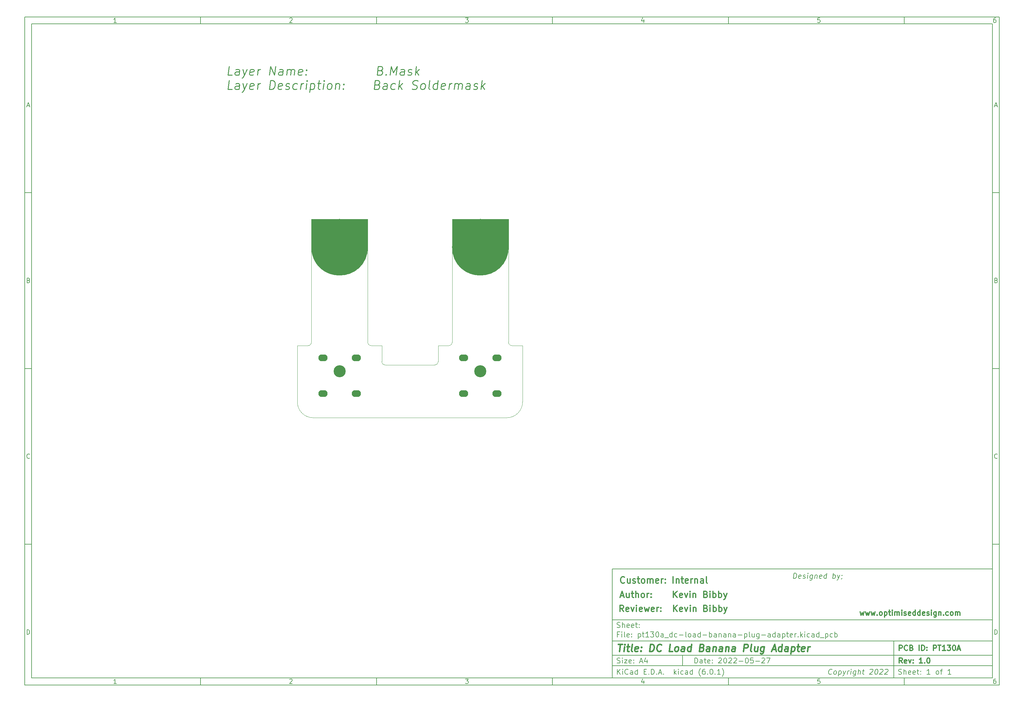
<source format=gbr>
%TF.GenerationSoftware,KiCad,Pcbnew,(6.0.1)*%
%TF.CreationDate,2022-05-27T18:48:01+01:00*%
%TF.ProjectId,pt130a_dc-load-banana-plug-adapter,70743133-3061-45f6-9463-2d6c6f61642d,1.0*%
%TF.SameCoordinates,PX53724e0PY7641700*%
%TF.FileFunction,Soldermask,Bot*%
%TF.FilePolarity,Negative*%
%FSLAX46Y46*%
G04 Gerber Fmt 4.6, Leading zero omitted, Abs format (unit mm)*
G04 Created by KiCad (PCBNEW (6.0.1)) date 2022-05-27 18:48:01*
%MOMM*%
%LPD*%
G01*
G04 APERTURE LIST*
%ADD10C,0.100000*%
%ADD11C,0.150000*%
%ADD12C,0.300000*%
%ADD13C,0.400000*%
%ADD14C,0.360000*%
%ADD15C,8.050000*%
%TA.AperFunction,Profile*%
%ADD16C,0.050000*%
%TD*%
%ADD17C,0.250000*%
%ADD18O,2.630000X1.930000*%
%ADD19C,3.430000*%
G04 APERTURE END LIST*
D10*
D11*
X89502200Y-43007200D02*
X89502200Y-74007200D01*
X197502200Y-74007200D01*
X197502200Y-43007200D01*
X89502200Y-43007200D01*
D10*
D11*
X-77500000Y114000000D02*
X-77500000Y-76007200D01*
X199502200Y-76007200D01*
X199502200Y114000000D01*
X-77500000Y114000000D01*
D10*
D11*
X-75500000Y112000000D02*
X-75500000Y-74007200D01*
X197502200Y-74007200D01*
X197502200Y112000000D01*
X-75500000Y112000000D01*
D10*
D11*
X-27500000Y112000000D02*
X-27500000Y114000000D01*
D10*
D11*
X22500000Y112000000D02*
X22500000Y114000000D01*
D10*
D11*
X72500000Y112000000D02*
X72500000Y114000000D01*
D10*
D11*
X122500000Y112000000D02*
X122500000Y114000000D01*
D10*
D11*
X172500000Y112000000D02*
X172500000Y114000000D01*
D10*
D11*
X-51434524Y112411905D02*
X-52177381Y112411905D01*
X-51805953Y112411905D02*
X-51805953Y113711905D01*
X-51929762Y113526191D01*
X-52053572Y113402381D01*
X-52177381Y113340477D01*
D10*
D11*
X-2177381Y113588096D02*
X-2115477Y113650000D01*
X-1991667Y113711905D01*
X-1682143Y113711905D01*
X-1558334Y113650000D01*
X-1496429Y113588096D01*
X-1434524Y113464286D01*
X-1434524Y113340477D01*
X-1496429Y113154762D01*
X-2239286Y112411905D01*
X-1434524Y112411905D01*
D10*
D11*
X47760714Y113711905D02*
X48565476Y113711905D01*
X48132142Y113216667D01*
X48317857Y113216667D01*
X48441666Y113154762D01*
X48503571Y113092858D01*
X48565476Y112969048D01*
X48565476Y112659524D01*
X48503571Y112535715D01*
X48441666Y112473810D01*
X48317857Y112411905D01*
X47946428Y112411905D01*
X47822619Y112473810D01*
X47760714Y112535715D01*
D10*
D11*
X98441666Y113278572D02*
X98441666Y112411905D01*
X98132142Y113773810D02*
X97822619Y112845239D01*
X98627380Y112845239D01*
D10*
D11*
X148503571Y113711905D02*
X147884523Y113711905D01*
X147822619Y113092858D01*
X147884523Y113154762D01*
X148008333Y113216667D01*
X148317857Y113216667D01*
X148441666Y113154762D01*
X148503571Y113092858D01*
X148565476Y112969048D01*
X148565476Y112659524D01*
X148503571Y112535715D01*
X148441666Y112473810D01*
X148317857Y112411905D01*
X148008333Y112411905D01*
X147884523Y112473810D01*
X147822619Y112535715D01*
D10*
D11*
X198441666Y113711905D02*
X198194047Y113711905D01*
X198070238Y113650000D01*
X198008333Y113588096D01*
X197884523Y113402381D01*
X197822619Y113154762D01*
X197822619Y112659524D01*
X197884523Y112535715D01*
X197946428Y112473810D01*
X198070238Y112411905D01*
X198317857Y112411905D01*
X198441666Y112473810D01*
X198503571Y112535715D01*
X198565476Y112659524D01*
X198565476Y112969048D01*
X198503571Y113092858D01*
X198441666Y113154762D01*
X198317857Y113216667D01*
X198070238Y113216667D01*
X197946428Y113154762D01*
X197884523Y113092858D01*
X197822619Y112969048D01*
D10*
D11*
X-27500000Y-74007200D02*
X-27500000Y-76007200D01*
D10*
D11*
X22500000Y-74007200D02*
X22500000Y-76007200D01*
D10*
D11*
X72500000Y-74007200D02*
X72500000Y-76007200D01*
D10*
D11*
X122500000Y-74007200D02*
X122500000Y-76007200D01*
D10*
D11*
X172500000Y-74007200D02*
X172500000Y-76007200D01*
D10*
D11*
X-51434524Y-75595295D02*
X-52177381Y-75595295D01*
X-51805953Y-75595295D02*
X-51805953Y-74295295D01*
X-51929762Y-74481009D01*
X-52053572Y-74604819D01*
X-52177381Y-74666723D01*
D10*
D11*
X-2177381Y-74419104D02*
X-2115477Y-74357200D01*
X-1991667Y-74295295D01*
X-1682143Y-74295295D01*
X-1558334Y-74357200D01*
X-1496429Y-74419104D01*
X-1434524Y-74542914D01*
X-1434524Y-74666723D01*
X-1496429Y-74852438D01*
X-2239286Y-75595295D01*
X-1434524Y-75595295D01*
D10*
D11*
X47760714Y-74295295D02*
X48565476Y-74295295D01*
X48132142Y-74790533D01*
X48317857Y-74790533D01*
X48441666Y-74852438D01*
X48503571Y-74914342D01*
X48565476Y-75038152D01*
X48565476Y-75347676D01*
X48503571Y-75471485D01*
X48441666Y-75533390D01*
X48317857Y-75595295D01*
X47946428Y-75595295D01*
X47822619Y-75533390D01*
X47760714Y-75471485D01*
D10*
D11*
X98441666Y-74728628D02*
X98441666Y-75595295D01*
X98132142Y-74233390D02*
X97822619Y-75161961D01*
X98627380Y-75161961D01*
D10*
D11*
X148503571Y-74295295D02*
X147884523Y-74295295D01*
X147822619Y-74914342D01*
X147884523Y-74852438D01*
X148008333Y-74790533D01*
X148317857Y-74790533D01*
X148441666Y-74852438D01*
X148503571Y-74914342D01*
X148565476Y-75038152D01*
X148565476Y-75347676D01*
X148503571Y-75471485D01*
X148441666Y-75533390D01*
X148317857Y-75595295D01*
X148008333Y-75595295D01*
X147884523Y-75533390D01*
X147822619Y-75471485D01*
D10*
D11*
X198441666Y-74295295D02*
X198194047Y-74295295D01*
X198070238Y-74357200D01*
X198008333Y-74419104D01*
X197884523Y-74604819D01*
X197822619Y-74852438D01*
X197822619Y-75347676D01*
X197884523Y-75471485D01*
X197946428Y-75533390D01*
X198070238Y-75595295D01*
X198317857Y-75595295D01*
X198441666Y-75533390D01*
X198503571Y-75471485D01*
X198565476Y-75347676D01*
X198565476Y-75038152D01*
X198503571Y-74914342D01*
X198441666Y-74852438D01*
X198317857Y-74790533D01*
X198070238Y-74790533D01*
X197946428Y-74852438D01*
X197884523Y-74914342D01*
X197822619Y-75038152D01*
D10*
D11*
X-77500000Y64000000D02*
X-75500000Y64000000D01*
D10*
D11*
X-77500000Y14000000D02*
X-75500000Y14000000D01*
D10*
D11*
X-77500000Y-36000000D02*
X-75500000Y-36000000D01*
D10*
D11*
X-76809524Y88783334D02*
X-76190477Y88783334D01*
X-76933334Y88411905D02*
X-76500000Y89711905D01*
X-76066667Y88411905D01*
D10*
D11*
X-76407143Y39092858D02*
X-76221429Y39030953D01*
X-76159524Y38969048D01*
X-76097620Y38845239D01*
X-76097620Y38659524D01*
X-76159524Y38535715D01*
X-76221429Y38473810D01*
X-76345239Y38411905D01*
X-76840477Y38411905D01*
X-76840477Y39711905D01*
X-76407143Y39711905D01*
X-76283334Y39650000D01*
X-76221429Y39588096D01*
X-76159524Y39464286D01*
X-76159524Y39340477D01*
X-76221429Y39216667D01*
X-76283334Y39154762D01*
X-76407143Y39092858D01*
X-76840477Y39092858D01*
D10*
D11*
X-76097620Y-11464285D02*
X-76159524Y-11526190D01*
X-76345239Y-11588095D01*
X-76469048Y-11588095D01*
X-76654762Y-11526190D01*
X-76778572Y-11402380D01*
X-76840477Y-11278571D01*
X-76902381Y-11030952D01*
X-76902381Y-10845238D01*
X-76840477Y-10597619D01*
X-76778572Y-10473809D01*
X-76654762Y-10350000D01*
X-76469048Y-10288095D01*
X-76345239Y-10288095D01*
X-76159524Y-10350000D01*
X-76097620Y-10411904D01*
D10*
D11*
X-76840477Y-61588095D02*
X-76840477Y-60288095D01*
X-76530953Y-60288095D01*
X-76345239Y-60350000D01*
X-76221429Y-60473809D01*
X-76159524Y-60597619D01*
X-76097620Y-60845238D01*
X-76097620Y-61030952D01*
X-76159524Y-61278571D01*
X-76221429Y-61402380D01*
X-76345239Y-61526190D01*
X-76530953Y-61588095D01*
X-76840477Y-61588095D01*
D10*
D11*
X199502200Y64000000D02*
X197502200Y64000000D01*
D10*
D11*
X199502200Y14000000D02*
X197502200Y14000000D01*
D10*
D11*
X199502200Y-36000000D02*
X197502200Y-36000000D01*
D10*
D11*
X198192676Y88783334D02*
X198811723Y88783334D01*
X198068866Y88411905D02*
X198502200Y89711905D01*
X198935533Y88411905D01*
D10*
D11*
X198595057Y39092858D02*
X198780771Y39030953D01*
X198842676Y38969048D01*
X198904580Y38845239D01*
X198904580Y38659524D01*
X198842676Y38535715D01*
X198780771Y38473810D01*
X198656961Y38411905D01*
X198161723Y38411905D01*
X198161723Y39711905D01*
X198595057Y39711905D01*
X198718866Y39650000D01*
X198780771Y39588096D01*
X198842676Y39464286D01*
X198842676Y39340477D01*
X198780771Y39216667D01*
X198718866Y39154762D01*
X198595057Y39092858D01*
X198161723Y39092858D01*
D10*
D11*
X198904580Y-11464285D02*
X198842676Y-11526190D01*
X198656961Y-11588095D01*
X198533152Y-11588095D01*
X198347438Y-11526190D01*
X198223628Y-11402380D01*
X198161723Y-11278571D01*
X198099819Y-11030952D01*
X198099819Y-10845238D01*
X198161723Y-10597619D01*
X198223628Y-10473809D01*
X198347438Y-10350000D01*
X198533152Y-10288095D01*
X198656961Y-10288095D01*
X198842676Y-10350000D01*
X198904580Y-10411904D01*
D10*
D11*
X198161723Y-61588095D02*
X198161723Y-60288095D01*
X198471247Y-60288095D01*
X198656961Y-60350000D01*
X198780771Y-60473809D01*
X198842676Y-60597619D01*
X198904580Y-60845238D01*
X198904580Y-61030952D01*
X198842676Y-61278571D01*
X198780771Y-61402380D01*
X198656961Y-61526190D01*
X198471247Y-61588095D01*
X198161723Y-61588095D01*
D10*
D11*
X112934342Y-69785771D02*
X112934342Y-68285771D01*
X113291485Y-68285771D01*
X113505771Y-68357200D01*
X113648628Y-68500057D01*
X113720057Y-68642914D01*
X113791485Y-68928628D01*
X113791485Y-69142914D01*
X113720057Y-69428628D01*
X113648628Y-69571485D01*
X113505771Y-69714342D01*
X113291485Y-69785771D01*
X112934342Y-69785771D01*
X115077200Y-69785771D02*
X115077200Y-69000057D01*
X115005771Y-68857200D01*
X114862914Y-68785771D01*
X114577200Y-68785771D01*
X114434342Y-68857200D01*
X115077200Y-69714342D02*
X114934342Y-69785771D01*
X114577200Y-69785771D01*
X114434342Y-69714342D01*
X114362914Y-69571485D01*
X114362914Y-69428628D01*
X114434342Y-69285771D01*
X114577200Y-69214342D01*
X114934342Y-69214342D01*
X115077200Y-69142914D01*
X115577200Y-68785771D02*
X116148628Y-68785771D01*
X115791485Y-68285771D02*
X115791485Y-69571485D01*
X115862914Y-69714342D01*
X116005771Y-69785771D01*
X116148628Y-69785771D01*
X117220057Y-69714342D02*
X117077200Y-69785771D01*
X116791485Y-69785771D01*
X116648628Y-69714342D01*
X116577200Y-69571485D01*
X116577200Y-69000057D01*
X116648628Y-68857200D01*
X116791485Y-68785771D01*
X117077200Y-68785771D01*
X117220057Y-68857200D01*
X117291485Y-69000057D01*
X117291485Y-69142914D01*
X116577200Y-69285771D01*
X117934342Y-69642914D02*
X118005771Y-69714342D01*
X117934342Y-69785771D01*
X117862914Y-69714342D01*
X117934342Y-69642914D01*
X117934342Y-69785771D01*
X117934342Y-68857200D02*
X118005771Y-68928628D01*
X117934342Y-69000057D01*
X117862914Y-68928628D01*
X117934342Y-68857200D01*
X117934342Y-69000057D01*
X119720057Y-68428628D02*
X119791485Y-68357200D01*
X119934342Y-68285771D01*
X120291485Y-68285771D01*
X120434342Y-68357200D01*
X120505771Y-68428628D01*
X120577200Y-68571485D01*
X120577200Y-68714342D01*
X120505771Y-68928628D01*
X119648628Y-69785771D01*
X120577200Y-69785771D01*
X121505771Y-68285771D02*
X121648628Y-68285771D01*
X121791485Y-68357200D01*
X121862914Y-68428628D01*
X121934342Y-68571485D01*
X122005771Y-68857200D01*
X122005771Y-69214342D01*
X121934342Y-69500057D01*
X121862914Y-69642914D01*
X121791485Y-69714342D01*
X121648628Y-69785771D01*
X121505771Y-69785771D01*
X121362914Y-69714342D01*
X121291485Y-69642914D01*
X121220057Y-69500057D01*
X121148628Y-69214342D01*
X121148628Y-68857200D01*
X121220057Y-68571485D01*
X121291485Y-68428628D01*
X121362914Y-68357200D01*
X121505771Y-68285771D01*
X122577200Y-68428628D02*
X122648628Y-68357200D01*
X122791485Y-68285771D01*
X123148628Y-68285771D01*
X123291485Y-68357200D01*
X123362914Y-68428628D01*
X123434342Y-68571485D01*
X123434342Y-68714342D01*
X123362914Y-68928628D01*
X122505771Y-69785771D01*
X123434342Y-69785771D01*
X124005771Y-68428628D02*
X124077200Y-68357200D01*
X124220057Y-68285771D01*
X124577200Y-68285771D01*
X124720057Y-68357200D01*
X124791485Y-68428628D01*
X124862914Y-68571485D01*
X124862914Y-68714342D01*
X124791485Y-68928628D01*
X123934342Y-69785771D01*
X124862914Y-69785771D01*
X125505771Y-69214342D02*
X126648628Y-69214342D01*
X127648628Y-68285771D02*
X127791485Y-68285771D01*
X127934342Y-68357200D01*
X128005771Y-68428628D01*
X128077200Y-68571485D01*
X128148628Y-68857200D01*
X128148628Y-69214342D01*
X128077200Y-69500057D01*
X128005771Y-69642914D01*
X127934342Y-69714342D01*
X127791485Y-69785771D01*
X127648628Y-69785771D01*
X127505771Y-69714342D01*
X127434342Y-69642914D01*
X127362914Y-69500057D01*
X127291485Y-69214342D01*
X127291485Y-68857200D01*
X127362914Y-68571485D01*
X127434342Y-68428628D01*
X127505771Y-68357200D01*
X127648628Y-68285771D01*
X129505771Y-68285771D02*
X128791485Y-68285771D01*
X128720057Y-69000057D01*
X128791485Y-68928628D01*
X128934342Y-68857200D01*
X129291485Y-68857200D01*
X129434342Y-68928628D01*
X129505771Y-69000057D01*
X129577200Y-69142914D01*
X129577200Y-69500057D01*
X129505771Y-69642914D01*
X129434342Y-69714342D01*
X129291485Y-69785771D01*
X128934342Y-69785771D01*
X128791485Y-69714342D01*
X128720057Y-69642914D01*
X130220057Y-69214342D02*
X131362914Y-69214342D01*
X132005771Y-68428628D02*
X132077200Y-68357200D01*
X132220057Y-68285771D01*
X132577200Y-68285771D01*
X132720057Y-68357200D01*
X132791485Y-68428628D01*
X132862914Y-68571485D01*
X132862914Y-68714342D01*
X132791485Y-68928628D01*
X131934342Y-69785771D01*
X132862914Y-69785771D01*
X133362914Y-68285771D02*
X134362914Y-68285771D01*
X133720057Y-69785771D01*
D10*
D11*
X89502200Y-70507200D02*
X197502200Y-70507200D01*
D10*
D11*
X90934342Y-72985771D02*
X90934342Y-71485771D01*
X91791485Y-72985771D02*
X91148628Y-72128628D01*
X91791485Y-71485771D02*
X90934342Y-72342914D01*
X92434342Y-72985771D02*
X92434342Y-71985771D01*
X92434342Y-71485771D02*
X92362914Y-71557200D01*
X92434342Y-71628628D01*
X92505771Y-71557200D01*
X92434342Y-71485771D01*
X92434342Y-71628628D01*
X94005771Y-72842914D02*
X93934342Y-72914342D01*
X93720057Y-72985771D01*
X93577200Y-72985771D01*
X93362914Y-72914342D01*
X93220057Y-72771485D01*
X93148628Y-72628628D01*
X93077200Y-72342914D01*
X93077200Y-72128628D01*
X93148628Y-71842914D01*
X93220057Y-71700057D01*
X93362914Y-71557200D01*
X93577200Y-71485771D01*
X93720057Y-71485771D01*
X93934342Y-71557200D01*
X94005771Y-71628628D01*
X95291485Y-72985771D02*
X95291485Y-72200057D01*
X95220057Y-72057200D01*
X95077200Y-71985771D01*
X94791485Y-71985771D01*
X94648628Y-72057200D01*
X95291485Y-72914342D02*
X95148628Y-72985771D01*
X94791485Y-72985771D01*
X94648628Y-72914342D01*
X94577200Y-72771485D01*
X94577200Y-72628628D01*
X94648628Y-72485771D01*
X94791485Y-72414342D01*
X95148628Y-72414342D01*
X95291485Y-72342914D01*
X96648628Y-72985771D02*
X96648628Y-71485771D01*
X96648628Y-72914342D02*
X96505771Y-72985771D01*
X96220057Y-72985771D01*
X96077200Y-72914342D01*
X96005771Y-72842914D01*
X95934342Y-72700057D01*
X95934342Y-72271485D01*
X96005771Y-72128628D01*
X96077200Y-72057200D01*
X96220057Y-71985771D01*
X96505771Y-71985771D01*
X96648628Y-72057200D01*
X98505771Y-72200057D02*
X99005771Y-72200057D01*
X99220057Y-72985771D02*
X98505771Y-72985771D01*
X98505771Y-71485771D01*
X99220057Y-71485771D01*
X99862914Y-72842914D02*
X99934342Y-72914342D01*
X99862914Y-72985771D01*
X99791485Y-72914342D01*
X99862914Y-72842914D01*
X99862914Y-72985771D01*
X100577200Y-72985771D02*
X100577200Y-71485771D01*
X100934342Y-71485771D01*
X101148628Y-71557200D01*
X101291485Y-71700057D01*
X101362914Y-71842914D01*
X101434342Y-72128628D01*
X101434342Y-72342914D01*
X101362914Y-72628628D01*
X101291485Y-72771485D01*
X101148628Y-72914342D01*
X100934342Y-72985771D01*
X100577200Y-72985771D01*
X102077200Y-72842914D02*
X102148628Y-72914342D01*
X102077200Y-72985771D01*
X102005771Y-72914342D01*
X102077200Y-72842914D01*
X102077200Y-72985771D01*
X102720057Y-72557200D02*
X103434342Y-72557200D01*
X102577200Y-72985771D02*
X103077200Y-71485771D01*
X103577200Y-72985771D01*
X104077200Y-72842914D02*
X104148628Y-72914342D01*
X104077200Y-72985771D01*
X104005771Y-72914342D01*
X104077200Y-72842914D01*
X104077200Y-72985771D01*
X107077200Y-72985771D02*
X107077200Y-71485771D01*
X107220057Y-72414342D02*
X107648628Y-72985771D01*
X107648628Y-71985771D02*
X107077200Y-72557200D01*
X108291485Y-72985771D02*
X108291485Y-71985771D01*
X108291485Y-71485771D02*
X108220057Y-71557200D01*
X108291485Y-71628628D01*
X108362914Y-71557200D01*
X108291485Y-71485771D01*
X108291485Y-71628628D01*
X109648628Y-72914342D02*
X109505771Y-72985771D01*
X109220057Y-72985771D01*
X109077200Y-72914342D01*
X109005771Y-72842914D01*
X108934342Y-72700057D01*
X108934342Y-72271485D01*
X109005771Y-72128628D01*
X109077200Y-72057200D01*
X109220057Y-71985771D01*
X109505771Y-71985771D01*
X109648628Y-72057200D01*
X110934342Y-72985771D02*
X110934342Y-72200057D01*
X110862914Y-72057200D01*
X110720057Y-71985771D01*
X110434342Y-71985771D01*
X110291485Y-72057200D01*
X110934342Y-72914342D02*
X110791485Y-72985771D01*
X110434342Y-72985771D01*
X110291485Y-72914342D01*
X110220057Y-72771485D01*
X110220057Y-72628628D01*
X110291485Y-72485771D01*
X110434342Y-72414342D01*
X110791485Y-72414342D01*
X110934342Y-72342914D01*
X112291485Y-72985771D02*
X112291485Y-71485771D01*
X112291485Y-72914342D02*
X112148628Y-72985771D01*
X111862914Y-72985771D01*
X111720057Y-72914342D01*
X111648628Y-72842914D01*
X111577200Y-72700057D01*
X111577200Y-72271485D01*
X111648628Y-72128628D01*
X111720057Y-72057200D01*
X111862914Y-71985771D01*
X112148628Y-71985771D01*
X112291485Y-72057200D01*
X114577200Y-73557200D02*
X114505771Y-73485771D01*
X114362914Y-73271485D01*
X114291485Y-73128628D01*
X114220057Y-72914342D01*
X114148628Y-72557200D01*
X114148628Y-72271485D01*
X114220057Y-71914342D01*
X114291485Y-71700057D01*
X114362914Y-71557200D01*
X114505771Y-71342914D01*
X114577200Y-71271485D01*
X115791485Y-71485771D02*
X115505771Y-71485771D01*
X115362914Y-71557200D01*
X115291485Y-71628628D01*
X115148628Y-71842914D01*
X115077200Y-72128628D01*
X115077200Y-72700057D01*
X115148628Y-72842914D01*
X115220057Y-72914342D01*
X115362914Y-72985771D01*
X115648628Y-72985771D01*
X115791485Y-72914342D01*
X115862914Y-72842914D01*
X115934342Y-72700057D01*
X115934342Y-72342914D01*
X115862914Y-72200057D01*
X115791485Y-72128628D01*
X115648628Y-72057200D01*
X115362914Y-72057200D01*
X115220057Y-72128628D01*
X115148628Y-72200057D01*
X115077200Y-72342914D01*
X116577200Y-72842914D02*
X116648628Y-72914342D01*
X116577200Y-72985771D01*
X116505771Y-72914342D01*
X116577200Y-72842914D01*
X116577200Y-72985771D01*
X117577200Y-71485771D02*
X117720057Y-71485771D01*
X117862914Y-71557200D01*
X117934342Y-71628628D01*
X118005771Y-71771485D01*
X118077200Y-72057200D01*
X118077200Y-72414342D01*
X118005771Y-72700057D01*
X117934342Y-72842914D01*
X117862914Y-72914342D01*
X117720057Y-72985771D01*
X117577200Y-72985771D01*
X117434342Y-72914342D01*
X117362914Y-72842914D01*
X117291485Y-72700057D01*
X117220057Y-72414342D01*
X117220057Y-72057200D01*
X117291485Y-71771485D01*
X117362914Y-71628628D01*
X117434342Y-71557200D01*
X117577200Y-71485771D01*
X118720057Y-72842914D02*
X118791485Y-72914342D01*
X118720057Y-72985771D01*
X118648628Y-72914342D01*
X118720057Y-72842914D01*
X118720057Y-72985771D01*
X120220057Y-72985771D02*
X119362914Y-72985771D01*
X119791485Y-72985771D02*
X119791485Y-71485771D01*
X119648628Y-71700057D01*
X119505771Y-71842914D01*
X119362914Y-71914342D01*
X120720057Y-73557200D02*
X120791485Y-73485771D01*
X120934342Y-73271485D01*
X121005771Y-73128628D01*
X121077200Y-72914342D01*
X121148628Y-72557200D01*
X121148628Y-72271485D01*
X121077200Y-71914342D01*
X121005771Y-71700057D01*
X120934342Y-71557200D01*
X120791485Y-71342914D01*
X120720057Y-71271485D01*
D10*
D11*
X89502000Y-67507000D02*
X197502000Y-67507000D01*
D10*
D11*
X151816271Y-72842914D02*
X151735914Y-72914342D01*
X151512700Y-72985771D01*
X151369842Y-72985771D01*
X151164485Y-72914342D01*
X151039485Y-72771485D01*
X150985914Y-72628628D01*
X150950200Y-72342914D01*
X150976985Y-72128628D01*
X151084128Y-71842914D01*
X151173414Y-71700057D01*
X151334128Y-71557200D01*
X151557342Y-71485771D01*
X151700200Y-71485771D01*
X151905557Y-71557200D01*
X151968057Y-71628628D01*
X152655557Y-72985771D02*
X152521628Y-72914342D01*
X152459128Y-72842914D01*
X152405557Y-72700057D01*
X152459128Y-72271485D01*
X152548414Y-72128628D01*
X152628771Y-72057200D01*
X152780557Y-71985771D01*
X152994842Y-71985771D01*
X153128771Y-72057200D01*
X153191271Y-72128628D01*
X153244842Y-72271485D01*
X153191271Y-72700057D01*
X153101985Y-72842914D01*
X153021628Y-72914342D01*
X152869842Y-72985771D01*
X152655557Y-72985771D01*
X153923414Y-71985771D02*
X153735914Y-73485771D01*
X153914485Y-72057200D02*
X154066271Y-71985771D01*
X154351985Y-71985771D01*
X154485914Y-72057200D01*
X154548414Y-72128628D01*
X154601985Y-72271485D01*
X154548414Y-72700057D01*
X154459128Y-72842914D01*
X154378771Y-72914342D01*
X154226985Y-72985771D01*
X153941271Y-72985771D01*
X153807342Y-72914342D01*
X155137700Y-71985771D02*
X155369842Y-72985771D01*
X155851985Y-71985771D02*
X155369842Y-72985771D01*
X155182342Y-73342914D01*
X155101985Y-73414342D01*
X154950200Y-73485771D01*
X156298414Y-72985771D02*
X156423414Y-71985771D01*
X156387700Y-72271485D02*
X156476985Y-72128628D01*
X156557342Y-72057200D01*
X156709128Y-71985771D01*
X156851985Y-71985771D01*
X157226985Y-72985771D02*
X157351985Y-71985771D01*
X157414485Y-71485771D02*
X157334128Y-71557200D01*
X157396628Y-71628628D01*
X157476985Y-71557200D01*
X157414485Y-71485771D01*
X157396628Y-71628628D01*
X158709128Y-71985771D02*
X158557342Y-73200057D01*
X158468057Y-73342914D01*
X158387700Y-73414342D01*
X158235914Y-73485771D01*
X158021628Y-73485771D01*
X157887700Y-73414342D01*
X158593057Y-72914342D02*
X158441271Y-72985771D01*
X158155557Y-72985771D01*
X158021628Y-72914342D01*
X157959128Y-72842914D01*
X157905557Y-72700057D01*
X157959128Y-72271485D01*
X158048414Y-72128628D01*
X158128771Y-72057200D01*
X158280557Y-71985771D01*
X158566271Y-71985771D01*
X158700200Y-72057200D01*
X159298414Y-72985771D02*
X159485914Y-71485771D01*
X159941271Y-72985771D02*
X160039485Y-72200057D01*
X159985914Y-72057200D01*
X159851985Y-71985771D01*
X159637700Y-71985771D01*
X159485914Y-72057200D01*
X159405557Y-72128628D01*
X160566271Y-71985771D02*
X161137700Y-71985771D01*
X160843057Y-71485771D02*
X160682342Y-72771485D01*
X160735914Y-72914342D01*
X160869842Y-72985771D01*
X161012700Y-72985771D01*
X162753771Y-71628628D02*
X162834128Y-71557200D01*
X162985914Y-71485771D01*
X163343057Y-71485771D01*
X163476985Y-71557200D01*
X163539485Y-71628628D01*
X163593057Y-71771485D01*
X163575200Y-71914342D01*
X163476985Y-72128628D01*
X162512700Y-72985771D01*
X163441271Y-72985771D01*
X164557342Y-71485771D02*
X164700200Y-71485771D01*
X164834128Y-71557200D01*
X164896628Y-71628628D01*
X164950200Y-71771485D01*
X164985914Y-72057200D01*
X164941271Y-72414342D01*
X164834128Y-72700057D01*
X164744842Y-72842914D01*
X164664485Y-72914342D01*
X164512700Y-72985771D01*
X164369842Y-72985771D01*
X164235914Y-72914342D01*
X164173414Y-72842914D01*
X164119842Y-72700057D01*
X164084128Y-72414342D01*
X164128771Y-72057200D01*
X164235914Y-71771485D01*
X164325200Y-71628628D01*
X164405557Y-71557200D01*
X164557342Y-71485771D01*
X165610914Y-71628628D02*
X165691271Y-71557200D01*
X165843057Y-71485771D01*
X166200200Y-71485771D01*
X166334128Y-71557200D01*
X166396628Y-71628628D01*
X166450200Y-71771485D01*
X166432342Y-71914342D01*
X166334128Y-72128628D01*
X165369842Y-72985771D01*
X166298414Y-72985771D01*
X167039485Y-71628628D02*
X167119842Y-71557200D01*
X167271628Y-71485771D01*
X167628771Y-71485771D01*
X167762700Y-71557200D01*
X167825200Y-71628628D01*
X167878771Y-71771485D01*
X167860914Y-71914342D01*
X167762700Y-72128628D01*
X166798414Y-72985771D01*
X167726985Y-72985771D01*
D10*
D12*
X171052342Y-66185771D02*
X171052342Y-64685771D01*
X171623771Y-64685771D01*
X171766628Y-64757200D01*
X171838057Y-64828628D01*
X171909485Y-64971485D01*
X171909485Y-65185771D01*
X171838057Y-65328628D01*
X171766628Y-65400057D01*
X171623771Y-65471485D01*
X171052342Y-65471485D01*
X173409485Y-66042914D02*
X173338057Y-66114342D01*
X173123771Y-66185771D01*
X172980914Y-66185771D01*
X172766628Y-66114342D01*
X172623771Y-65971485D01*
X172552342Y-65828628D01*
X172480914Y-65542914D01*
X172480914Y-65328628D01*
X172552342Y-65042914D01*
X172623771Y-64900057D01*
X172766628Y-64757200D01*
X172980914Y-64685771D01*
X173123771Y-64685771D01*
X173338057Y-64757200D01*
X173409485Y-64828628D01*
X174552342Y-65400057D02*
X174766628Y-65471485D01*
X174838057Y-65542914D01*
X174909485Y-65685771D01*
X174909485Y-65900057D01*
X174838057Y-66042914D01*
X174766628Y-66114342D01*
X174623771Y-66185771D01*
X174052342Y-66185771D01*
X174052342Y-64685771D01*
X174552342Y-64685771D01*
X174695200Y-64757200D01*
X174766628Y-64828628D01*
X174838057Y-64971485D01*
X174838057Y-65114342D01*
X174766628Y-65257200D01*
X174695200Y-65328628D01*
X174552342Y-65400057D01*
X174052342Y-65400057D01*
X176695200Y-66185771D02*
X176695200Y-64685771D01*
X177409485Y-66185771D02*
X177409485Y-64685771D01*
X177766628Y-64685771D01*
X177980914Y-64757200D01*
X178123771Y-64900057D01*
X178195200Y-65042914D01*
X178266628Y-65328628D01*
X178266628Y-65542914D01*
X178195200Y-65828628D01*
X178123771Y-65971485D01*
X177980914Y-66114342D01*
X177766628Y-66185771D01*
X177409485Y-66185771D01*
X178909485Y-66042914D02*
X178980914Y-66114342D01*
X178909485Y-66185771D01*
X178838057Y-66114342D01*
X178909485Y-66042914D01*
X178909485Y-66185771D01*
X178909485Y-65257200D02*
X178980914Y-65328628D01*
X178909485Y-65400057D01*
X178838057Y-65328628D01*
X178909485Y-65257200D01*
X178909485Y-65400057D01*
X180766628Y-66185771D02*
X180766628Y-64685771D01*
X181338057Y-64685771D01*
X181480914Y-64757200D01*
X181552342Y-64828628D01*
X181623771Y-64971485D01*
X181623771Y-65185771D01*
X181552342Y-65328628D01*
X181480914Y-65400057D01*
X181338057Y-65471485D01*
X180766628Y-65471485D01*
X182052342Y-64685771D02*
X182909485Y-64685771D01*
X182480914Y-66185771D02*
X182480914Y-64685771D01*
X184195200Y-66185771D02*
X183338057Y-66185771D01*
X183766628Y-66185771D02*
X183766628Y-64685771D01*
X183623771Y-64900057D01*
X183480914Y-65042914D01*
X183338057Y-65114342D01*
X184695200Y-64685771D02*
X185623771Y-64685771D01*
X185123771Y-65257200D01*
X185338057Y-65257200D01*
X185480914Y-65328628D01*
X185552342Y-65400057D01*
X185623771Y-65542914D01*
X185623771Y-65900057D01*
X185552342Y-66042914D01*
X185480914Y-66114342D01*
X185338057Y-66185771D01*
X184909485Y-66185771D01*
X184766628Y-66114342D01*
X184695200Y-66042914D01*
X186552342Y-64685771D02*
X186695200Y-64685771D01*
X186838057Y-64757200D01*
X186909485Y-64828628D01*
X186980914Y-64971485D01*
X187052342Y-65257200D01*
X187052342Y-65614342D01*
X186980914Y-65900057D01*
X186909485Y-66042914D01*
X186838057Y-66114342D01*
X186695200Y-66185771D01*
X186552342Y-66185771D01*
X186409485Y-66114342D01*
X186338057Y-66042914D01*
X186266628Y-65900057D01*
X186195200Y-65614342D01*
X186195200Y-65257200D01*
X186266628Y-64971485D01*
X186338057Y-64828628D01*
X186409485Y-64757200D01*
X186552342Y-64685771D01*
X187623771Y-65757200D02*
X188338057Y-65757200D01*
X187480914Y-66185771D02*
X187980914Y-64685771D01*
X188480914Y-66185771D01*
D10*
D12*
X171911285Y-69785571D02*
X171411285Y-69071285D01*
X171054142Y-69785571D02*
X171054142Y-68285571D01*
X171625571Y-68285571D01*
X171768428Y-68357000D01*
X171839857Y-68428428D01*
X171911285Y-68571285D01*
X171911285Y-68785571D01*
X171839857Y-68928428D01*
X171768428Y-68999857D01*
X171625571Y-69071285D01*
X171054142Y-69071285D01*
X173125571Y-69714142D02*
X172982714Y-69785571D01*
X172697000Y-69785571D01*
X172554142Y-69714142D01*
X172482714Y-69571285D01*
X172482714Y-68999857D01*
X172554142Y-68857000D01*
X172697000Y-68785571D01*
X172982714Y-68785571D01*
X173125571Y-68857000D01*
X173197000Y-68999857D01*
X173197000Y-69142714D01*
X172482714Y-69285571D01*
X173697000Y-68785571D02*
X174054142Y-69785571D01*
X174411285Y-68785571D01*
X174982714Y-69642714D02*
X175054142Y-69714142D01*
X174982714Y-69785571D01*
X174911285Y-69714142D01*
X174982714Y-69642714D01*
X174982714Y-69785571D01*
X174982714Y-68857000D02*
X175054142Y-68928428D01*
X174982714Y-68999857D01*
X174911285Y-68928428D01*
X174982714Y-68857000D01*
X174982714Y-68999857D01*
X177625571Y-69785571D02*
X176768428Y-69785571D01*
X177197000Y-69785571D02*
X177197000Y-68285571D01*
X177054142Y-68499857D01*
X176911285Y-68642714D01*
X176768428Y-68714142D01*
X178268428Y-69642714D02*
X178339857Y-69714142D01*
X178268428Y-69785571D01*
X178197000Y-69714142D01*
X178268428Y-69642714D01*
X178268428Y-69785571D01*
X179268428Y-68285571D02*
X179411285Y-68285571D01*
X179554142Y-68357000D01*
X179625571Y-68428428D01*
X179697000Y-68571285D01*
X179768428Y-68857000D01*
X179768428Y-69214142D01*
X179697000Y-69499857D01*
X179625571Y-69642714D01*
X179554142Y-69714142D01*
X179411285Y-69785571D01*
X179268428Y-69785571D01*
X179125571Y-69714142D01*
X179054142Y-69642714D01*
X178982714Y-69499857D01*
X178911285Y-69214142D01*
X178911285Y-68857000D01*
X178982714Y-68571285D01*
X179054142Y-68428428D01*
X179125571Y-68357000D01*
X179268428Y-68285571D01*
D10*
D11*
X90862914Y-69714342D02*
X91077200Y-69785771D01*
X91434342Y-69785771D01*
X91577200Y-69714342D01*
X91648628Y-69642914D01*
X91720057Y-69500057D01*
X91720057Y-69357200D01*
X91648628Y-69214342D01*
X91577200Y-69142914D01*
X91434342Y-69071485D01*
X91148628Y-69000057D01*
X91005771Y-68928628D01*
X90934342Y-68857200D01*
X90862914Y-68714342D01*
X90862914Y-68571485D01*
X90934342Y-68428628D01*
X91005771Y-68357200D01*
X91148628Y-68285771D01*
X91505771Y-68285771D01*
X91720057Y-68357200D01*
X92362914Y-69785771D02*
X92362914Y-68785771D01*
X92362914Y-68285771D02*
X92291485Y-68357200D01*
X92362914Y-68428628D01*
X92434342Y-68357200D01*
X92362914Y-68285771D01*
X92362914Y-68428628D01*
X92934342Y-68785771D02*
X93720057Y-68785771D01*
X92934342Y-69785771D01*
X93720057Y-69785771D01*
X94862914Y-69714342D02*
X94720057Y-69785771D01*
X94434342Y-69785771D01*
X94291485Y-69714342D01*
X94220057Y-69571485D01*
X94220057Y-69000057D01*
X94291485Y-68857200D01*
X94434342Y-68785771D01*
X94720057Y-68785771D01*
X94862914Y-68857200D01*
X94934342Y-69000057D01*
X94934342Y-69142914D01*
X94220057Y-69285771D01*
X95577200Y-69642914D02*
X95648628Y-69714342D01*
X95577200Y-69785771D01*
X95505771Y-69714342D01*
X95577200Y-69642914D01*
X95577200Y-69785771D01*
X95577200Y-68857200D02*
X95648628Y-68928628D01*
X95577200Y-69000057D01*
X95505771Y-68928628D01*
X95577200Y-68857200D01*
X95577200Y-69000057D01*
X97362914Y-69357200D02*
X98077200Y-69357200D01*
X97220057Y-69785771D02*
X97720057Y-68285771D01*
X98220057Y-69785771D01*
X99362914Y-68785771D02*
X99362914Y-69785771D01*
X99005771Y-68214342D02*
X98648628Y-69285771D01*
X99577200Y-69285771D01*
D10*
D11*
X170862914Y-72914342D02*
X171077200Y-72985771D01*
X171434342Y-72985771D01*
X171577200Y-72914342D01*
X171648628Y-72842914D01*
X171720057Y-72700057D01*
X171720057Y-72557200D01*
X171648628Y-72414342D01*
X171577200Y-72342914D01*
X171434342Y-72271485D01*
X171148628Y-72200057D01*
X171005771Y-72128628D01*
X170934342Y-72057200D01*
X170862914Y-71914342D01*
X170862914Y-71771485D01*
X170934342Y-71628628D01*
X171005771Y-71557200D01*
X171148628Y-71485771D01*
X171505771Y-71485771D01*
X171720057Y-71557200D01*
X172362914Y-72985771D02*
X172362914Y-71485771D01*
X173005771Y-72985771D02*
X173005771Y-72200057D01*
X172934342Y-72057200D01*
X172791485Y-71985771D01*
X172577200Y-71985771D01*
X172434342Y-72057200D01*
X172362914Y-72128628D01*
X174291485Y-72914342D02*
X174148628Y-72985771D01*
X173862914Y-72985771D01*
X173720057Y-72914342D01*
X173648628Y-72771485D01*
X173648628Y-72200057D01*
X173720057Y-72057200D01*
X173862914Y-71985771D01*
X174148628Y-71985771D01*
X174291485Y-72057200D01*
X174362914Y-72200057D01*
X174362914Y-72342914D01*
X173648628Y-72485771D01*
X175577200Y-72914342D02*
X175434342Y-72985771D01*
X175148628Y-72985771D01*
X175005771Y-72914342D01*
X174934342Y-72771485D01*
X174934342Y-72200057D01*
X175005771Y-72057200D01*
X175148628Y-71985771D01*
X175434342Y-71985771D01*
X175577200Y-72057200D01*
X175648628Y-72200057D01*
X175648628Y-72342914D01*
X174934342Y-72485771D01*
X176077200Y-71985771D02*
X176648628Y-71985771D01*
X176291485Y-71485771D02*
X176291485Y-72771485D01*
X176362914Y-72914342D01*
X176505771Y-72985771D01*
X176648628Y-72985771D01*
X177148628Y-72842914D02*
X177220057Y-72914342D01*
X177148628Y-72985771D01*
X177077200Y-72914342D01*
X177148628Y-72842914D01*
X177148628Y-72985771D01*
X177148628Y-72057200D02*
X177220057Y-72128628D01*
X177148628Y-72200057D01*
X177077200Y-72128628D01*
X177148628Y-72057200D01*
X177148628Y-72200057D01*
X179791485Y-72985771D02*
X178934342Y-72985771D01*
X179362914Y-72985771D02*
X179362914Y-71485771D01*
X179220057Y-71700057D01*
X179077200Y-71842914D01*
X178934342Y-71914342D01*
X181791485Y-72985771D02*
X181648628Y-72914342D01*
X181577200Y-72842914D01*
X181505771Y-72700057D01*
X181505771Y-72271485D01*
X181577200Y-72128628D01*
X181648628Y-72057200D01*
X181791485Y-71985771D01*
X182005771Y-71985771D01*
X182148628Y-72057200D01*
X182220057Y-72128628D01*
X182291485Y-72271485D01*
X182291485Y-72700057D01*
X182220057Y-72842914D01*
X182148628Y-72914342D01*
X182005771Y-72985771D01*
X181791485Y-72985771D01*
X182720057Y-71985771D02*
X183291485Y-71985771D01*
X182934342Y-72985771D02*
X182934342Y-71700057D01*
X183005771Y-71557200D01*
X183148628Y-71485771D01*
X183291485Y-71485771D01*
X185720057Y-72985771D02*
X184862914Y-72985771D01*
X185291485Y-72985771D02*
X185291485Y-71485771D01*
X185148628Y-71700057D01*
X185005771Y-71842914D01*
X184862914Y-71914342D01*
D10*
D11*
X89502200Y-63507200D02*
X197502200Y-63507200D01*
D10*
D13*
X91214580Y-64411961D02*
X92357438Y-64411961D01*
X91536009Y-66411961D02*
X91786009Y-64411961D01*
X92774104Y-66411961D02*
X92940771Y-65078628D01*
X93024104Y-64411961D02*
X92916961Y-64507200D01*
X93000295Y-64602438D01*
X93107438Y-64507200D01*
X93024104Y-64411961D01*
X93000295Y-64602438D01*
X93607438Y-65078628D02*
X94369342Y-65078628D01*
X93976485Y-64411961D02*
X93762200Y-66126247D01*
X93833628Y-66316723D01*
X94012200Y-66411961D01*
X94202676Y-66411961D01*
X95155057Y-66411961D02*
X94976485Y-66316723D01*
X94905057Y-66126247D01*
X95119342Y-64411961D01*
X96690771Y-66316723D02*
X96488390Y-66411961D01*
X96107438Y-66411961D01*
X95928866Y-66316723D01*
X95857438Y-66126247D01*
X95952676Y-65364342D01*
X96071723Y-65173866D01*
X96274104Y-65078628D01*
X96655057Y-65078628D01*
X96833628Y-65173866D01*
X96905057Y-65364342D01*
X96881247Y-65554819D01*
X95905057Y-65745295D01*
X97655057Y-66221485D02*
X97738390Y-66316723D01*
X97631247Y-66411961D01*
X97547914Y-66316723D01*
X97655057Y-66221485D01*
X97631247Y-66411961D01*
X97786009Y-65173866D02*
X97869342Y-65269104D01*
X97762200Y-65364342D01*
X97678866Y-65269104D01*
X97786009Y-65173866D01*
X97762200Y-65364342D01*
X100107438Y-66411961D02*
X100357438Y-64411961D01*
X100833628Y-64411961D01*
X101107438Y-64507200D01*
X101274104Y-64697676D01*
X101345533Y-64888152D01*
X101393152Y-65269104D01*
X101357438Y-65554819D01*
X101214580Y-65935771D01*
X101095533Y-66126247D01*
X100881247Y-66316723D01*
X100583628Y-66411961D01*
X100107438Y-66411961D01*
X103274104Y-66221485D02*
X103166961Y-66316723D01*
X102869342Y-66411961D01*
X102678866Y-66411961D01*
X102405057Y-66316723D01*
X102238390Y-66126247D01*
X102166961Y-65935771D01*
X102119342Y-65554819D01*
X102155057Y-65269104D01*
X102297914Y-64888152D01*
X102416961Y-64697676D01*
X102631247Y-64507200D01*
X102928866Y-64411961D01*
X103119342Y-64411961D01*
X103393152Y-64507200D01*
X103476485Y-64602438D01*
X106583628Y-66411961D02*
X105631247Y-66411961D01*
X105881247Y-64411961D01*
X107536009Y-66411961D02*
X107357438Y-66316723D01*
X107274104Y-66221485D01*
X107202676Y-66031009D01*
X107274104Y-65459580D01*
X107393152Y-65269104D01*
X107500295Y-65173866D01*
X107702676Y-65078628D01*
X107988390Y-65078628D01*
X108166961Y-65173866D01*
X108250295Y-65269104D01*
X108321723Y-65459580D01*
X108250295Y-66031009D01*
X108131247Y-66221485D01*
X108024104Y-66316723D01*
X107821723Y-66411961D01*
X107536009Y-66411961D01*
X109916961Y-66411961D02*
X110047914Y-65364342D01*
X109976485Y-65173866D01*
X109797914Y-65078628D01*
X109416961Y-65078628D01*
X109214580Y-65173866D01*
X109928866Y-66316723D02*
X109726485Y-66411961D01*
X109250295Y-66411961D01*
X109071723Y-66316723D01*
X109000295Y-66126247D01*
X109024104Y-65935771D01*
X109143152Y-65745295D01*
X109345533Y-65650057D01*
X109821723Y-65650057D01*
X110024104Y-65554819D01*
X111726485Y-66411961D02*
X111976485Y-64411961D01*
X111738390Y-66316723D02*
X111536009Y-66411961D01*
X111155057Y-66411961D01*
X110976485Y-66316723D01*
X110893152Y-66221485D01*
X110821723Y-66031009D01*
X110893152Y-65459580D01*
X111012200Y-65269104D01*
X111119342Y-65173866D01*
X111321723Y-65078628D01*
X111702676Y-65078628D01*
X111881247Y-65173866D01*
X115000295Y-65364342D02*
X115274104Y-65459580D01*
X115357438Y-65554819D01*
X115428866Y-65745295D01*
X115393152Y-66031009D01*
X115274104Y-66221485D01*
X115166961Y-66316723D01*
X114964580Y-66411961D01*
X114202676Y-66411961D01*
X114452676Y-64411961D01*
X115119342Y-64411961D01*
X115297914Y-64507200D01*
X115381247Y-64602438D01*
X115452676Y-64792914D01*
X115428866Y-64983390D01*
X115309819Y-65173866D01*
X115202676Y-65269104D01*
X115000295Y-65364342D01*
X114333628Y-65364342D01*
X117059819Y-66411961D02*
X117190771Y-65364342D01*
X117119342Y-65173866D01*
X116940771Y-65078628D01*
X116559819Y-65078628D01*
X116357438Y-65173866D01*
X117071723Y-66316723D02*
X116869342Y-66411961D01*
X116393152Y-66411961D01*
X116214580Y-66316723D01*
X116143152Y-66126247D01*
X116166961Y-65935771D01*
X116286009Y-65745295D01*
X116488390Y-65650057D01*
X116964580Y-65650057D01*
X117166961Y-65554819D01*
X118178866Y-65078628D02*
X118012200Y-66411961D01*
X118155057Y-65269104D02*
X118262200Y-65173866D01*
X118464580Y-65078628D01*
X118750295Y-65078628D01*
X118928866Y-65173866D01*
X119000295Y-65364342D01*
X118869342Y-66411961D01*
X120678866Y-66411961D02*
X120809819Y-65364342D01*
X120738390Y-65173866D01*
X120559819Y-65078628D01*
X120178866Y-65078628D01*
X119976485Y-65173866D01*
X120690771Y-66316723D02*
X120488390Y-66411961D01*
X120012200Y-66411961D01*
X119833628Y-66316723D01*
X119762200Y-66126247D01*
X119786009Y-65935771D01*
X119905057Y-65745295D01*
X120107438Y-65650057D01*
X120583628Y-65650057D01*
X120786009Y-65554819D01*
X121797914Y-65078628D02*
X121631247Y-66411961D01*
X121774104Y-65269104D02*
X121881247Y-65173866D01*
X122083628Y-65078628D01*
X122369342Y-65078628D01*
X122547914Y-65173866D01*
X122619342Y-65364342D01*
X122488390Y-66411961D01*
X124297914Y-66411961D02*
X124428866Y-65364342D01*
X124357438Y-65173866D01*
X124178866Y-65078628D01*
X123797914Y-65078628D01*
X123595533Y-65173866D01*
X124309819Y-66316723D02*
X124107438Y-66411961D01*
X123631247Y-66411961D01*
X123452676Y-66316723D01*
X123381247Y-66126247D01*
X123405057Y-65935771D01*
X123524104Y-65745295D01*
X123726485Y-65650057D01*
X124202676Y-65650057D01*
X124405057Y-65554819D01*
X126774104Y-66411961D02*
X127024104Y-64411961D01*
X127786009Y-64411961D01*
X127964580Y-64507200D01*
X128047914Y-64602438D01*
X128119342Y-64792914D01*
X128083628Y-65078628D01*
X127964580Y-65269104D01*
X127857438Y-65364342D01*
X127655057Y-65459580D01*
X126893152Y-65459580D01*
X129059819Y-66411961D02*
X128881247Y-66316723D01*
X128809819Y-66126247D01*
X129024104Y-64411961D01*
X130845533Y-65078628D02*
X130678866Y-66411961D01*
X129988390Y-65078628D02*
X129857438Y-66126247D01*
X129928866Y-66316723D01*
X130107438Y-66411961D01*
X130393152Y-66411961D01*
X130595533Y-66316723D01*
X130702676Y-66221485D01*
X132655057Y-65078628D02*
X132452676Y-66697676D01*
X132333628Y-66888152D01*
X132226485Y-66983390D01*
X132024104Y-67078628D01*
X131738390Y-67078628D01*
X131559819Y-66983390D01*
X132500295Y-66316723D02*
X132297914Y-66411961D01*
X131916961Y-66411961D01*
X131738390Y-66316723D01*
X131655057Y-66221485D01*
X131583628Y-66031009D01*
X131655057Y-65459580D01*
X131774104Y-65269104D01*
X131881247Y-65173866D01*
X132083628Y-65078628D01*
X132464580Y-65078628D01*
X132643152Y-65173866D01*
X134940771Y-65840533D02*
X135893152Y-65840533D01*
X134678866Y-66411961D02*
X135595533Y-64411961D01*
X136012200Y-66411961D01*
X137536009Y-66411961D02*
X137786009Y-64411961D01*
X137547914Y-66316723D02*
X137345533Y-66411961D01*
X136964580Y-66411961D01*
X136786009Y-66316723D01*
X136702676Y-66221485D01*
X136631247Y-66031009D01*
X136702676Y-65459580D01*
X136821723Y-65269104D01*
X136928866Y-65173866D01*
X137131247Y-65078628D01*
X137512200Y-65078628D01*
X137690771Y-65173866D01*
X139345533Y-66411961D02*
X139476485Y-65364342D01*
X139405057Y-65173866D01*
X139226485Y-65078628D01*
X138845533Y-65078628D01*
X138643152Y-65173866D01*
X139357438Y-66316723D02*
X139155057Y-66411961D01*
X138678866Y-66411961D01*
X138500295Y-66316723D01*
X138428866Y-66126247D01*
X138452676Y-65935771D01*
X138571723Y-65745295D01*
X138774104Y-65650057D01*
X139250295Y-65650057D01*
X139452676Y-65554819D01*
X140464580Y-65078628D02*
X140214580Y-67078628D01*
X140452676Y-65173866D02*
X140655057Y-65078628D01*
X141036009Y-65078628D01*
X141214580Y-65173866D01*
X141297914Y-65269104D01*
X141369342Y-65459580D01*
X141297914Y-66031009D01*
X141178866Y-66221485D01*
X141071723Y-66316723D01*
X140869342Y-66411961D01*
X140488390Y-66411961D01*
X140309819Y-66316723D01*
X141988390Y-65078628D02*
X142750295Y-65078628D01*
X142357438Y-64411961D02*
X142143152Y-66126247D01*
X142214580Y-66316723D01*
X142393152Y-66411961D01*
X142583628Y-66411961D01*
X144024104Y-66316723D02*
X143821723Y-66411961D01*
X143440771Y-66411961D01*
X143262199Y-66316723D01*
X143190771Y-66126247D01*
X143286009Y-65364342D01*
X143405057Y-65173866D01*
X143607438Y-65078628D01*
X143988390Y-65078628D01*
X144166961Y-65173866D01*
X144238390Y-65364342D01*
X144214580Y-65554819D01*
X143238390Y-65745295D01*
X144964580Y-66411961D02*
X145131247Y-65078628D01*
X145083628Y-65459580D02*
X145202676Y-65269104D01*
X145309819Y-65173866D01*
X145512199Y-65078628D01*
X145702676Y-65078628D01*
D10*
D11*
X91434342Y-61600057D02*
X90934342Y-61600057D01*
X90934342Y-62385771D02*
X90934342Y-60885771D01*
X91648628Y-60885771D01*
X92220057Y-62385771D02*
X92220057Y-61385771D01*
X92220057Y-60885771D02*
X92148628Y-60957200D01*
X92220057Y-61028628D01*
X92291485Y-60957200D01*
X92220057Y-60885771D01*
X92220057Y-61028628D01*
X93148628Y-62385771D02*
X93005771Y-62314342D01*
X92934342Y-62171485D01*
X92934342Y-60885771D01*
X94291485Y-62314342D02*
X94148628Y-62385771D01*
X93862914Y-62385771D01*
X93720057Y-62314342D01*
X93648628Y-62171485D01*
X93648628Y-61600057D01*
X93720057Y-61457200D01*
X93862914Y-61385771D01*
X94148628Y-61385771D01*
X94291485Y-61457200D01*
X94362914Y-61600057D01*
X94362914Y-61742914D01*
X93648628Y-61885771D01*
X95005771Y-62242914D02*
X95077200Y-62314342D01*
X95005771Y-62385771D01*
X94934342Y-62314342D01*
X95005771Y-62242914D01*
X95005771Y-62385771D01*
X95005771Y-61457200D02*
X95077200Y-61528628D01*
X95005771Y-61600057D01*
X94934342Y-61528628D01*
X95005771Y-61457200D01*
X95005771Y-61600057D01*
X96862914Y-61385771D02*
X96862914Y-62885771D01*
X96862914Y-61457200D02*
X97005771Y-61385771D01*
X97291485Y-61385771D01*
X97434342Y-61457200D01*
X97505771Y-61528628D01*
X97577200Y-61671485D01*
X97577200Y-62100057D01*
X97505771Y-62242914D01*
X97434342Y-62314342D01*
X97291485Y-62385771D01*
X97005771Y-62385771D01*
X96862914Y-62314342D01*
X98005771Y-61385771D02*
X98577200Y-61385771D01*
X98220057Y-60885771D02*
X98220057Y-62171485D01*
X98291485Y-62314342D01*
X98434342Y-62385771D01*
X98577200Y-62385771D01*
X99862914Y-62385771D02*
X99005771Y-62385771D01*
X99434342Y-62385771D02*
X99434342Y-60885771D01*
X99291485Y-61100057D01*
X99148628Y-61242914D01*
X99005771Y-61314342D01*
X100362914Y-60885771D02*
X101291485Y-60885771D01*
X100791485Y-61457200D01*
X101005771Y-61457200D01*
X101148628Y-61528628D01*
X101220057Y-61600057D01*
X101291485Y-61742914D01*
X101291485Y-62100057D01*
X101220057Y-62242914D01*
X101148628Y-62314342D01*
X101005771Y-62385771D01*
X100577200Y-62385771D01*
X100434342Y-62314342D01*
X100362914Y-62242914D01*
X102220057Y-60885771D02*
X102362914Y-60885771D01*
X102505771Y-60957200D01*
X102577200Y-61028628D01*
X102648628Y-61171485D01*
X102720057Y-61457200D01*
X102720057Y-61814342D01*
X102648628Y-62100057D01*
X102577200Y-62242914D01*
X102505771Y-62314342D01*
X102362914Y-62385771D01*
X102220057Y-62385771D01*
X102077200Y-62314342D01*
X102005771Y-62242914D01*
X101934342Y-62100057D01*
X101862914Y-61814342D01*
X101862914Y-61457200D01*
X101934342Y-61171485D01*
X102005771Y-61028628D01*
X102077200Y-60957200D01*
X102220057Y-60885771D01*
X104005771Y-62385771D02*
X104005771Y-61600057D01*
X103934342Y-61457200D01*
X103791485Y-61385771D01*
X103505771Y-61385771D01*
X103362914Y-61457200D01*
X104005771Y-62314342D02*
X103862914Y-62385771D01*
X103505771Y-62385771D01*
X103362914Y-62314342D01*
X103291485Y-62171485D01*
X103291485Y-62028628D01*
X103362914Y-61885771D01*
X103505771Y-61814342D01*
X103862914Y-61814342D01*
X104005771Y-61742914D01*
X104362914Y-62528628D02*
X105505771Y-62528628D01*
X106505771Y-62385771D02*
X106505771Y-60885771D01*
X106505771Y-62314342D02*
X106362914Y-62385771D01*
X106077200Y-62385771D01*
X105934342Y-62314342D01*
X105862914Y-62242914D01*
X105791485Y-62100057D01*
X105791485Y-61671485D01*
X105862914Y-61528628D01*
X105934342Y-61457200D01*
X106077200Y-61385771D01*
X106362914Y-61385771D01*
X106505771Y-61457200D01*
X107862914Y-62314342D02*
X107720057Y-62385771D01*
X107434342Y-62385771D01*
X107291485Y-62314342D01*
X107220057Y-62242914D01*
X107148628Y-62100057D01*
X107148628Y-61671485D01*
X107220057Y-61528628D01*
X107291485Y-61457200D01*
X107434342Y-61385771D01*
X107720057Y-61385771D01*
X107862914Y-61457200D01*
X108505771Y-61814342D02*
X109648628Y-61814342D01*
X110577200Y-62385771D02*
X110434342Y-62314342D01*
X110362914Y-62171485D01*
X110362914Y-60885771D01*
X111362914Y-62385771D02*
X111220057Y-62314342D01*
X111148628Y-62242914D01*
X111077200Y-62100057D01*
X111077200Y-61671485D01*
X111148628Y-61528628D01*
X111220057Y-61457200D01*
X111362914Y-61385771D01*
X111577200Y-61385771D01*
X111720057Y-61457200D01*
X111791485Y-61528628D01*
X111862914Y-61671485D01*
X111862914Y-62100057D01*
X111791485Y-62242914D01*
X111720057Y-62314342D01*
X111577200Y-62385771D01*
X111362914Y-62385771D01*
X113148628Y-62385771D02*
X113148628Y-61600057D01*
X113077200Y-61457200D01*
X112934342Y-61385771D01*
X112648628Y-61385771D01*
X112505771Y-61457200D01*
X113148628Y-62314342D02*
X113005771Y-62385771D01*
X112648628Y-62385771D01*
X112505771Y-62314342D01*
X112434342Y-62171485D01*
X112434342Y-62028628D01*
X112505771Y-61885771D01*
X112648628Y-61814342D01*
X113005771Y-61814342D01*
X113148628Y-61742914D01*
X114505771Y-62385771D02*
X114505771Y-60885771D01*
X114505771Y-62314342D02*
X114362914Y-62385771D01*
X114077200Y-62385771D01*
X113934342Y-62314342D01*
X113862914Y-62242914D01*
X113791485Y-62100057D01*
X113791485Y-61671485D01*
X113862914Y-61528628D01*
X113934342Y-61457200D01*
X114077200Y-61385771D01*
X114362914Y-61385771D01*
X114505771Y-61457200D01*
X115220057Y-61814342D02*
X116362914Y-61814342D01*
X117077200Y-62385771D02*
X117077200Y-60885771D01*
X117077200Y-61457200D02*
X117220057Y-61385771D01*
X117505771Y-61385771D01*
X117648628Y-61457200D01*
X117720057Y-61528628D01*
X117791485Y-61671485D01*
X117791485Y-62100057D01*
X117720057Y-62242914D01*
X117648628Y-62314342D01*
X117505771Y-62385771D01*
X117220057Y-62385771D01*
X117077200Y-62314342D01*
X119077200Y-62385771D02*
X119077200Y-61600057D01*
X119005771Y-61457200D01*
X118862914Y-61385771D01*
X118577200Y-61385771D01*
X118434342Y-61457200D01*
X119077200Y-62314342D02*
X118934342Y-62385771D01*
X118577200Y-62385771D01*
X118434342Y-62314342D01*
X118362914Y-62171485D01*
X118362914Y-62028628D01*
X118434342Y-61885771D01*
X118577200Y-61814342D01*
X118934342Y-61814342D01*
X119077200Y-61742914D01*
X119791485Y-61385771D02*
X119791485Y-62385771D01*
X119791485Y-61528628D02*
X119862914Y-61457200D01*
X120005771Y-61385771D01*
X120220057Y-61385771D01*
X120362914Y-61457200D01*
X120434342Y-61600057D01*
X120434342Y-62385771D01*
X121791485Y-62385771D02*
X121791485Y-61600057D01*
X121720057Y-61457200D01*
X121577200Y-61385771D01*
X121291485Y-61385771D01*
X121148628Y-61457200D01*
X121791485Y-62314342D02*
X121648628Y-62385771D01*
X121291485Y-62385771D01*
X121148628Y-62314342D01*
X121077200Y-62171485D01*
X121077200Y-62028628D01*
X121148628Y-61885771D01*
X121291485Y-61814342D01*
X121648628Y-61814342D01*
X121791485Y-61742914D01*
X122505771Y-61385771D02*
X122505771Y-62385771D01*
X122505771Y-61528628D02*
X122577200Y-61457200D01*
X122720057Y-61385771D01*
X122934342Y-61385771D01*
X123077200Y-61457200D01*
X123148628Y-61600057D01*
X123148628Y-62385771D01*
X124505771Y-62385771D02*
X124505771Y-61600057D01*
X124434342Y-61457200D01*
X124291485Y-61385771D01*
X124005771Y-61385771D01*
X123862914Y-61457200D01*
X124505771Y-62314342D02*
X124362914Y-62385771D01*
X124005771Y-62385771D01*
X123862914Y-62314342D01*
X123791485Y-62171485D01*
X123791485Y-62028628D01*
X123862914Y-61885771D01*
X124005771Y-61814342D01*
X124362914Y-61814342D01*
X124505771Y-61742914D01*
X125220057Y-61814342D02*
X126362914Y-61814342D01*
X127077200Y-61385771D02*
X127077200Y-62885771D01*
X127077200Y-61457200D02*
X127220057Y-61385771D01*
X127505771Y-61385771D01*
X127648628Y-61457200D01*
X127720057Y-61528628D01*
X127791485Y-61671485D01*
X127791485Y-62100057D01*
X127720057Y-62242914D01*
X127648628Y-62314342D01*
X127505771Y-62385771D01*
X127220057Y-62385771D01*
X127077200Y-62314342D01*
X128648628Y-62385771D02*
X128505771Y-62314342D01*
X128434342Y-62171485D01*
X128434342Y-60885771D01*
X129862914Y-61385771D02*
X129862914Y-62385771D01*
X129220057Y-61385771D02*
X129220057Y-62171485D01*
X129291485Y-62314342D01*
X129434342Y-62385771D01*
X129648628Y-62385771D01*
X129791485Y-62314342D01*
X129862914Y-62242914D01*
X131220057Y-61385771D02*
X131220057Y-62600057D01*
X131148628Y-62742914D01*
X131077200Y-62814342D01*
X130934342Y-62885771D01*
X130720057Y-62885771D01*
X130577200Y-62814342D01*
X131220057Y-62314342D02*
X131077200Y-62385771D01*
X130791485Y-62385771D01*
X130648628Y-62314342D01*
X130577200Y-62242914D01*
X130505771Y-62100057D01*
X130505771Y-61671485D01*
X130577200Y-61528628D01*
X130648628Y-61457200D01*
X130791485Y-61385771D01*
X131077200Y-61385771D01*
X131220057Y-61457200D01*
X131934342Y-61814342D02*
X133077200Y-61814342D01*
X134434342Y-62385771D02*
X134434342Y-61600057D01*
X134362914Y-61457200D01*
X134220057Y-61385771D01*
X133934342Y-61385771D01*
X133791485Y-61457200D01*
X134434342Y-62314342D02*
X134291485Y-62385771D01*
X133934342Y-62385771D01*
X133791485Y-62314342D01*
X133720057Y-62171485D01*
X133720057Y-62028628D01*
X133791485Y-61885771D01*
X133934342Y-61814342D01*
X134291485Y-61814342D01*
X134434342Y-61742914D01*
X135791485Y-62385771D02*
X135791485Y-60885771D01*
X135791485Y-62314342D02*
X135648628Y-62385771D01*
X135362914Y-62385771D01*
X135220057Y-62314342D01*
X135148628Y-62242914D01*
X135077200Y-62100057D01*
X135077200Y-61671485D01*
X135148628Y-61528628D01*
X135220057Y-61457200D01*
X135362914Y-61385771D01*
X135648628Y-61385771D01*
X135791485Y-61457200D01*
X137148628Y-62385771D02*
X137148628Y-61600057D01*
X137077200Y-61457200D01*
X136934342Y-61385771D01*
X136648628Y-61385771D01*
X136505771Y-61457200D01*
X137148628Y-62314342D02*
X137005771Y-62385771D01*
X136648628Y-62385771D01*
X136505771Y-62314342D01*
X136434342Y-62171485D01*
X136434342Y-62028628D01*
X136505771Y-61885771D01*
X136648628Y-61814342D01*
X137005771Y-61814342D01*
X137148628Y-61742914D01*
X137862914Y-61385771D02*
X137862914Y-62885771D01*
X137862914Y-61457200D02*
X138005771Y-61385771D01*
X138291485Y-61385771D01*
X138434342Y-61457200D01*
X138505771Y-61528628D01*
X138577200Y-61671485D01*
X138577200Y-62100057D01*
X138505771Y-62242914D01*
X138434342Y-62314342D01*
X138291485Y-62385771D01*
X138005771Y-62385771D01*
X137862914Y-62314342D01*
X139005771Y-61385771D02*
X139577200Y-61385771D01*
X139220057Y-60885771D02*
X139220057Y-62171485D01*
X139291485Y-62314342D01*
X139434342Y-62385771D01*
X139577200Y-62385771D01*
X140648628Y-62314342D02*
X140505771Y-62385771D01*
X140220057Y-62385771D01*
X140077200Y-62314342D01*
X140005771Y-62171485D01*
X140005771Y-61600057D01*
X140077200Y-61457200D01*
X140220057Y-61385771D01*
X140505771Y-61385771D01*
X140648628Y-61457200D01*
X140720057Y-61600057D01*
X140720057Y-61742914D01*
X140005771Y-61885771D01*
X141362914Y-62385771D02*
X141362914Y-61385771D01*
X141362914Y-61671485D02*
X141434342Y-61528628D01*
X141505771Y-61457200D01*
X141648628Y-61385771D01*
X141791485Y-61385771D01*
X142291485Y-62242914D02*
X142362914Y-62314342D01*
X142291485Y-62385771D01*
X142220057Y-62314342D01*
X142291485Y-62242914D01*
X142291485Y-62385771D01*
X143005771Y-62385771D02*
X143005771Y-60885771D01*
X143148628Y-61814342D02*
X143577200Y-62385771D01*
X143577200Y-61385771D02*
X143005771Y-61957200D01*
X144220057Y-62385771D02*
X144220057Y-61385771D01*
X144220057Y-60885771D02*
X144148628Y-60957200D01*
X144220057Y-61028628D01*
X144291485Y-60957200D01*
X144220057Y-60885771D01*
X144220057Y-61028628D01*
X145577200Y-62314342D02*
X145434342Y-62385771D01*
X145148628Y-62385771D01*
X145005771Y-62314342D01*
X144934342Y-62242914D01*
X144862914Y-62100057D01*
X144862914Y-61671485D01*
X144934342Y-61528628D01*
X145005771Y-61457200D01*
X145148628Y-61385771D01*
X145434342Y-61385771D01*
X145577200Y-61457200D01*
X146862914Y-62385771D02*
X146862914Y-61600057D01*
X146791485Y-61457200D01*
X146648628Y-61385771D01*
X146362914Y-61385771D01*
X146220057Y-61457200D01*
X146862914Y-62314342D02*
X146720057Y-62385771D01*
X146362914Y-62385771D01*
X146220057Y-62314342D01*
X146148628Y-62171485D01*
X146148628Y-62028628D01*
X146220057Y-61885771D01*
X146362914Y-61814342D01*
X146720057Y-61814342D01*
X146862914Y-61742914D01*
X148220057Y-62385771D02*
X148220057Y-60885771D01*
X148220057Y-62314342D02*
X148077200Y-62385771D01*
X147791485Y-62385771D01*
X147648628Y-62314342D01*
X147577200Y-62242914D01*
X147505771Y-62100057D01*
X147505771Y-61671485D01*
X147577200Y-61528628D01*
X147648628Y-61457200D01*
X147791485Y-61385771D01*
X148077200Y-61385771D01*
X148220057Y-61457200D01*
X148577200Y-62528628D02*
X149720057Y-62528628D01*
X150077200Y-61385771D02*
X150077200Y-62885771D01*
X150077200Y-61457200D02*
X150220057Y-61385771D01*
X150505771Y-61385771D01*
X150648628Y-61457200D01*
X150720057Y-61528628D01*
X150791485Y-61671485D01*
X150791485Y-62100057D01*
X150720057Y-62242914D01*
X150648628Y-62314342D01*
X150505771Y-62385771D01*
X150220057Y-62385771D01*
X150077200Y-62314342D01*
X152077200Y-62314342D02*
X151934342Y-62385771D01*
X151648628Y-62385771D01*
X151505771Y-62314342D01*
X151434342Y-62242914D01*
X151362914Y-62100057D01*
X151362914Y-61671485D01*
X151434342Y-61528628D01*
X151505771Y-61457200D01*
X151648628Y-61385771D01*
X151934342Y-61385771D01*
X152077200Y-61457200D01*
X152720057Y-62385771D02*
X152720057Y-60885771D01*
X152720057Y-61457200D02*
X152862914Y-61385771D01*
X153148628Y-61385771D01*
X153291485Y-61457200D01*
X153362914Y-61528628D01*
X153434342Y-61671485D01*
X153434342Y-62100057D01*
X153362914Y-62242914D01*
X153291485Y-62314342D01*
X153148628Y-62385771D01*
X152862914Y-62385771D01*
X152720057Y-62314342D01*
D10*
D11*
X89502200Y-57507200D02*
X197502200Y-57507200D01*
D10*
D11*
X90862914Y-59614342D02*
X91077200Y-59685771D01*
X91434342Y-59685771D01*
X91577200Y-59614342D01*
X91648628Y-59542914D01*
X91720057Y-59400057D01*
X91720057Y-59257200D01*
X91648628Y-59114342D01*
X91577200Y-59042914D01*
X91434342Y-58971485D01*
X91148628Y-58900057D01*
X91005771Y-58828628D01*
X90934342Y-58757200D01*
X90862914Y-58614342D01*
X90862914Y-58471485D01*
X90934342Y-58328628D01*
X91005771Y-58257200D01*
X91148628Y-58185771D01*
X91505771Y-58185771D01*
X91720057Y-58257200D01*
X92362914Y-59685771D02*
X92362914Y-58185771D01*
X93005771Y-59685771D02*
X93005771Y-58900057D01*
X92934342Y-58757200D01*
X92791485Y-58685771D01*
X92577200Y-58685771D01*
X92434342Y-58757200D01*
X92362914Y-58828628D01*
X94291485Y-59614342D02*
X94148628Y-59685771D01*
X93862914Y-59685771D01*
X93720057Y-59614342D01*
X93648628Y-59471485D01*
X93648628Y-58900057D01*
X93720057Y-58757200D01*
X93862914Y-58685771D01*
X94148628Y-58685771D01*
X94291485Y-58757200D01*
X94362914Y-58900057D01*
X94362914Y-59042914D01*
X93648628Y-59185771D01*
X95577200Y-59614342D02*
X95434342Y-59685771D01*
X95148628Y-59685771D01*
X95005771Y-59614342D01*
X94934342Y-59471485D01*
X94934342Y-58900057D01*
X95005771Y-58757200D01*
X95148628Y-58685771D01*
X95434342Y-58685771D01*
X95577200Y-58757200D01*
X95648628Y-58900057D01*
X95648628Y-59042914D01*
X94934342Y-59185771D01*
X96077200Y-58685771D02*
X96648628Y-58685771D01*
X96291485Y-58185771D02*
X96291485Y-59471485D01*
X96362914Y-59614342D01*
X96505771Y-59685771D01*
X96648628Y-59685771D01*
X97148628Y-59542914D02*
X97220057Y-59614342D01*
X97148628Y-59685771D01*
X97077200Y-59614342D01*
X97148628Y-59542914D01*
X97148628Y-59685771D01*
X97148628Y-58757200D02*
X97220057Y-58828628D01*
X97148628Y-58900057D01*
X97077200Y-58828628D01*
X97148628Y-58757200D01*
X97148628Y-58900057D01*
D10*
D14*
X91877057Y-50607000D02*
X92734200Y-50607000D01*
X91705628Y-51121285D02*
X92305628Y-49321285D01*
X92905628Y-51121285D01*
X94277057Y-49921285D02*
X94277057Y-51121285D01*
X93505628Y-49921285D02*
X93505628Y-50864142D01*
X93591342Y-51035571D01*
X93762771Y-51121285D01*
X94019914Y-51121285D01*
X94191342Y-51035571D01*
X94277057Y-50949857D01*
X94877057Y-49921285D02*
X95562771Y-49921285D01*
X95134200Y-49321285D02*
X95134200Y-50864142D01*
X95219914Y-51035571D01*
X95391342Y-51121285D01*
X95562771Y-51121285D01*
X96162771Y-51121285D02*
X96162771Y-49321285D01*
X96934200Y-51121285D02*
X96934200Y-50178428D01*
X96848485Y-50007000D01*
X96677057Y-49921285D01*
X96419914Y-49921285D01*
X96248485Y-50007000D01*
X96162771Y-50092714D01*
X98048485Y-51121285D02*
X97877057Y-51035571D01*
X97791342Y-50949857D01*
X97705628Y-50778428D01*
X97705628Y-50264142D01*
X97791342Y-50092714D01*
X97877057Y-50007000D01*
X98048485Y-49921285D01*
X98305628Y-49921285D01*
X98477057Y-50007000D01*
X98562771Y-50092714D01*
X98648485Y-50264142D01*
X98648485Y-50778428D01*
X98562771Y-50949857D01*
X98477057Y-51035571D01*
X98305628Y-51121285D01*
X98048485Y-51121285D01*
X99419914Y-51121285D02*
X99419914Y-49921285D01*
X99419914Y-50264142D02*
X99505628Y-50092714D01*
X99591342Y-50007000D01*
X99762771Y-49921285D01*
X99934200Y-49921285D01*
X100534200Y-50949857D02*
X100619914Y-51035571D01*
X100534200Y-51121285D01*
X100448485Y-51035571D01*
X100534200Y-50949857D01*
X100534200Y-51121285D01*
X100534200Y-50007000D02*
X100619914Y-50092714D01*
X100534200Y-50178428D01*
X100448485Y-50092714D01*
X100534200Y-50007000D01*
X100534200Y-50178428D01*
X106877057Y-51121285D02*
X106877057Y-49321285D01*
X107905628Y-51121285D02*
X107134200Y-50092714D01*
X107905628Y-49321285D02*
X106877057Y-50349857D01*
X109362771Y-51035571D02*
X109191342Y-51121285D01*
X108848485Y-51121285D01*
X108677057Y-51035571D01*
X108591342Y-50864142D01*
X108591342Y-50178428D01*
X108677057Y-50007000D01*
X108848485Y-49921285D01*
X109191342Y-49921285D01*
X109362771Y-50007000D01*
X109448485Y-50178428D01*
X109448485Y-50349857D01*
X108591342Y-50521285D01*
X110048485Y-49921285D02*
X110477057Y-51121285D01*
X110905628Y-49921285D01*
X111591342Y-51121285D02*
X111591342Y-49921285D01*
X111591342Y-49321285D02*
X111505628Y-49407000D01*
X111591342Y-49492714D01*
X111677057Y-49407000D01*
X111591342Y-49321285D01*
X111591342Y-49492714D01*
X112448485Y-49921285D02*
X112448485Y-51121285D01*
X112448485Y-50092714D02*
X112534200Y-50007000D01*
X112705628Y-49921285D01*
X112962771Y-49921285D01*
X113134200Y-50007000D01*
X113219914Y-50178428D01*
X113219914Y-51121285D01*
X116048485Y-50178428D02*
X116305628Y-50264142D01*
X116391342Y-50349857D01*
X116477057Y-50521285D01*
X116477057Y-50778428D01*
X116391342Y-50949857D01*
X116305628Y-51035571D01*
X116134200Y-51121285D01*
X115448485Y-51121285D01*
X115448485Y-49321285D01*
X116048485Y-49321285D01*
X116219914Y-49407000D01*
X116305628Y-49492714D01*
X116391342Y-49664142D01*
X116391342Y-49835571D01*
X116305628Y-50007000D01*
X116219914Y-50092714D01*
X116048485Y-50178428D01*
X115448485Y-50178428D01*
X117248485Y-51121285D02*
X117248485Y-49921285D01*
X117248485Y-49321285D02*
X117162771Y-49407000D01*
X117248485Y-49492714D01*
X117334200Y-49407000D01*
X117248485Y-49321285D01*
X117248485Y-49492714D01*
X118105628Y-51121285D02*
X118105628Y-49321285D01*
X118105628Y-50007000D02*
X118277057Y-49921285D01*
X118619914Y-49921285D01*
X118791342Y-50007000D01*
X118877057Y-50092714D01*
X118962771Y-50264142D01*
X118962771Y-50778428D01*
X118877057Y-50949857D01*
X118791342Y-51035571D01*
X118619914Y-51121285D01*
X118277057Y-51121285D01*
X118105628Y-51035571D01*
X119734200Y-51121285D02*
X119734200Y-49321285D01*
X119734200Y-50007000D02*
X119905628Y-49921285D01*
X120248485Y-49921285D01*
X120419914Y-50007000D01*
X120505628Y-50092714D01*
X120591342Y-50264142D01*
X120591342Y-50778428D01*
X120505628Y-50949857D01*
X120419914Y-51035571D01*
X120248485Y-51121285D01*
X119905628Y-51121285D01*
X119734200Y-51035571D01*
X121191342Y-49921285D02*
X121619914Y-51121285D01*
X122048485Y-49921285D02*
X121619914Y-51121285D01*
X121448485Y-51549857D01*
X121362771Y-51635571D01*
X121191342Y-51721285D01*
D10*
D14*
X92993342Y-46849857D02*
X92907628Y-46935571D01*
X92650485Y-47021285D01*
X92479057Y-47021285D01*
X92221914Y-46935571D01*
X92050485Y-46764142D01*
X91964771Y-46592714D01*
X91879057Y-46249857D01*
X91879057Y-45992714D01*
X91964771Y-45649857D01*
X92050485Y-45478428D01*
X92221914Y-45307000D01*
X92479057Y-45221285D01*
X92650485Y-45221285D01*
X92907628Y-45307000D01*
X92993342Y-45392714D01*
X94536200Y-45821285D02*
X94536200Y-47021285D01*
X93764771Y-45821285D02*
X93764771Y-46764142D01*
X93850485Y-46935571D01*
X94021914Y-47021285D01*
X94279057Y-47021285D01*
X94450485Y-46935571D01*
X94536200Y-46849857D01*
X95307628Y-46935571D02*
X95479057Y-47021285D01*
X95821914Y-47021285D01*
X95993342Y-46935571D01*
X96079057Y-46764142D01*
X96079057Y-46678428D01*
X95993342Y-46507000D01*
X95821914Y-46421285D01*
X95564771Y-46421285D01*
X95393342Y-46335571D01*
X95307628Y-46164142D01*
X95307628Y-46078428D01*
X95393342Y-45907000D01*
X95564771Y-45821285D01*
X95821914Y-45821285D01*
X95993342Y-45907000D01*
X96593342Y-45821285D02*
X97279057Y-45821285D01*
X96850485Y-45221285D02*
X96850485Y-46764142D01*
X96936200Y-46935571D01*
X97107628Y-47021285D01*
X97279057Y-47021285D01*
X98136200Y-47021285D02*
X97964771Y-46935571D01*
X97879057Y-46849857D01*
X97793342Y-46678428D01*
X97793342Y-46164142D01*
X97879057Y-45992714D01*
X97964771Y-45907000D01*
X98136200Y-45821285D01*
X98393342Y-45821285D01*
X98564771Y-45907000D01*
X98650485Y-45992714D01*
X98736200Y-46164142D01*
X98736200Y-46678428D01*
X98650485Y-46849857D01*
X98564771Y-46935571D01*
X98393342Y-47021285D01*
X98136200Y-47021285D01*
X99507628Y-47021285D02*
X99507628Y-45821285D01*
X99507628Y-45992714D02*
X99593342Y-45907000D01*
X99764771Y-45821285D01*
X100021914Y-45821285D01*
X100193342Y-45907000D01*
X100279057Y-46078428D01*
X100279057Y-47021285D01*
X100279057Y-46078428D02*
X100364771Y-45907000D01*
X100536200Y-45821285D01*
X100793342Y-45821285D01*
X100964771Y-45907000D01*
X101050485Y-46078428D01*
X101050485Y-47021285D01*
X102593342Y-46935571D02*
X102421914Y-47021285D01*
X102079057Y-47021285D01*
X101907628Y-46935571D01*
X101821914Y-46764142D01*
X101821914Y-46078428D01*
X101907628Y-45907000D01*
X102079057Y-45821285D01*
X102421914Y-45821285D01*
X102593342Y-45907000D01*
X102679057Y-46078428D01*
X102679057Y-46249857D01*
X101821914Y-46421285D01*
X103450485Y-47021285D02*
X103450485Y-45821285D01*
X103450485Y-46164142D02*
X103536200Y-45992714D01*
X103621914Y-45907000D01*
X103793342Y-45821285D01*
X103964771Y-45821285D01*
X104564771Y-46849857D02*
X104650485Y-46935571D01*
X104564771Y-47021285D01*
X104479057Y-46935571D01*
X104564771Y-46849857D01*
X104564771Y-47021285D01*
X104564771Y-45907000D02*
X104650485Y-45992714D01*
X104564771Y-46078428D01*
X104479057Y-45992714D01*
X104564771Y-45907000D01*
X104564771Y-46078428D01*
X106793342Y-47021285D02*
X106793342Y-45221285D01*
X107650485Y-45821285D02*
X107650485Y-47021285D01*
X107650485Y-45992714D02*
X107736200Y-45907000D01*
X107907628Y-45821285D01*
X108164771Y-45821285D01*
X108336200Y-45907000D01*
X108421914Y-46078428D01*
X108421914Y-47021285D01*
X109021914Y-45821285D02*
X109707628Y-45821285D01*
X109279057Y-45221285D02*
X109279057Y-46764142D01*
X109364771Y-46935571D01*
X109536200Y-47021285D01*
X109707628Y-47021285D01*
X110993342Y-46935571D02*
X110821914Y-47021285D01*
X110479057Y-47021285D01*
X110307628Y-46935571D01*
X110221914Y-46764142D01*
X110221914Y-46078428D01*
X110307628Y-45907000D01*
X110479057Y-45821285D01*
X110821914Y-45821285D01*
X110993342Y-45907000D01*
X111079057Y-46078428D01*
X111079057Y-46249857D01*
X110221914Y-46421285D01*
X111850485Y-47021285D02*
X111850485Y-45821285D01*
X111850485Y-46164142D02*
X111936200Y-45992714D01*
X112021914Y-45907000D01*
X112193342Y-45821285D01*
X112364771Y-45821285D01*
X112964771Y-45821285D02*
X112964771Y-47021285D01*
X112964771Y-45992714D02*
X113050485Y-45907000D01*
X113221914Y-45821285D01*
X113479057Y-45821285D01*
X113650485Y-45907000D01*
X113736200Y-46078428D01*
X113736200Y-47021285D01*
X115364771Y-47021285D02*
X115364771Y-46078428D01*
X115279057Y-45907000D01*
X115107628Y-45821285D01*
X114764771Y-45821285D01*
X114593342Y-45907000D01*
X115364771Y-46935571D02*
X115193342Y-47021285D01*
X114764771Y-47021285D01*
X114593342Y-46935571D01*
X114507628Y-46764142D01*
X114507628Y-46592714D01*
X114593342Y-46421285D01*
X114764771Y-46335571D01*
X115193342Y-46335571D01*
X115364771Y-46249857D01*
X116479057Y-47021285D02*
X116307628Y-46935571D01*
X116221914Y-46764142D01*
X116221914Y-45221285D01*
D10*
D11*
D10*
D11*
X109502200Y-67507200D02*
X109502200Y-70507200D01*
D10*
D11*
X169502200Y-63507200D02*
X169502200Y-74007200D01*
D10*
D11*
X140943071Y-45678571D02*
X141130571Y-44178571D01*
X141487714Y-44178571D01*
X141693071Y-44250000D01*
X141818071Y-44392857D01*
X141871642Y-44535714D01*
X141907357Y-44821428D01*
X141880571Y-45035714D01*
X141773428Y-45321428D01*
X141684142Y-45464285D01*
X141523428Y-45607142D01*
X141300214Y-45678571D01*
X140943071Y-45678571D01*
X143023428Y-45607142D02*
X142871642Y-45678571D01*
X142585928Y-45678571D01*
X142452000Y-45607142D01*
X142398428Y-45464285D01*
X142469857Y-44892857D01*
X142559142Y-44750000D01*
X142710928Y-44678571D01*
X142996642Y-44678571D01*
X143130571Y-44750000D01*
X143184142Y-44892857D01*
X143166285Y-45035714D01*
X142434142Y-45178571D01*
X143666285Y-45607142D02*
X143800214Y-45678571D01*
X144085928Y-45678571D01*
X144237714Y-45607142D01*
X144327000Y-45464285D01*
X144335928Y-45392857D01*
X144282357Y-45250000D01*
X144148428Y-45178571D01*
X143934142Y-45178571D01*
X143800214Y-45107142D01*
X143746642Y-44964285D01*
X143755571Y-44892857D01*
X143844857Y-44750000D01*
X143996642Y-44678571D01*
X144210928Y-44678571D01*
X144344857Y-44750000D01*
X144943071Y-45678571D02*
X145068071Y-44678571D01*
X145130571Y-44178571D02*
X145050214Y-44250000D01*
X145112714Y-44321428D01*
X145193071Y-44250000D01*
X145130571Y-44178571D01*
X145112714Y-44321428D01*
X146425214Y-44678571D02*
X146273428Y-45892857D01*
X146184142Y-46035714D01*
X146103785Y-46107142D01*
X145952000Y-46178571D01*
X145737714Y-46178571D01*
X145603785Y-46107142D01*
X146309142Y-45607142D02*
X146157357Y-45678571D01*
X145871642Y-45678571D01*
X145737714Y-45607142D01*
X145675214Y-45535714D01*
X145621642Y-45392857D01*
X145675214Y-44964285D01*
X145764500Y-44821428D01*
X145844857Y-44750000D01*
X145996642Y-44678571D01*
X146282357Y-44678571D01*
X146416285Y-44750000D01*
X147139500Y-44678571D02*
X147014500Y-45678571D01*
X147121642Y-44821428D02*
X147202000Y-44750000D01*
X147353785Y-44678571D01*
X147568071Y-44678571D01*
X147702000Y-44750000D01*
X147755571Y-44892857D01*
X147657357Y-45678571D01*
X148952000Y-45607142D02*
X148800214Y-45678571D01*
X148514500Y-45678571D01*
X148380571Y-45607142D01*
X148327000Y-45464285D01*
X148398428Y-44892857D01*
X148487714Y-44750000D01*
X148639500Y-44678571D01*
X148925214Y-44678571D01*
X149059142Y-44750000D01*
X149112714Y-44892857D01*
X149094857Y-45035714D01*
X148362714Y-45178571D01*
X150300214Y-45678571D02*
X150487714Y-44178571D01*
X150309142Y-45607142D02*
X150157357Y-45678571D01*
X149871642Y-45678571D01*
X149737714Y-45607142D01*
X149675214Y-45535714D01*
X149621642Y-45392857D01*
X149675214Y-44964285D01*
X149764500Y-44821428D01*
X149844857Y-44750000D01*
X149996642Y-44678571D01*
X150282357Y-44678571D01*
X150416285Y-44750000D01*
X152157357Y-45678571D02*
X152344857Y-44178571D01*
X152273428Y-44750000D02*
X152425214Y-44678571D01*
X152710928Y-44678571D01*
X152844857Y-44750000D01*
X152907357Y-44821428D01*
X152960928Y-44964285D01*
X152907357Y-45392857D01*
X152818071Y-45535714D01*
X152737714Y-45607142D01*
X152585928Y-45678571D01*
X152300214Y-45678571D01*
X152166285Y-45607142D01*
X153496642Y-44678571D02*
X153728785Y-45678571D01*
X154210928Y-44678571D02*
X153728785Y-45678571D01*
X153541285Y-46035714D01*
X153460928Y-46107142D01*
X153309142Y-46178571D01*
X154737714Y-45607142D02*
X154728785Y-45678571D01*
X154639500Y-45821428D01*
X154559142Y-45892857D01*
X154773428Y-44750000D02*
X154835928Y-44821428D01*
X154755571Y-44892857D01*
X154693071Y-44821428D01*
X154773428Y-44750000D01*
X154755571Y-44892857D01*
D10*
D12*
X159911285Y-55185571D02*
X160197000Y-56185571D01*
X160482714Y-55471285D01*
X160768428Y-56185571D01*
X161054142Y-55185571D01*
X161482714Y-55185571D02*
X161768428Y-56185571D01*
X162054142Y-55471285D01*
X162339857Y-56185571D01*
X162625571Y-55185571D01*
X163054142Y-55185571D02*
X163339857Y-56185571D01*
X163625571Y-55471285D01*
X163911285Y-56185571D01*
X164197000Y-55185571D01*
X164768428Y-56042714D02*
X164839857Y-56114142D01*
X164768428Y-56185571D01*
X164697000Y-56114142D01*
X164768428Y-56042714D01*
X164768428Y-56185571D01*
X165697000Y-56185571D02*
X165554142Y-56114142D01*
X165482714Y-56042714D01*
X165411285Y-55899857D01*
X165411285Y-55471285D01*
X165482714Y-55328428D01*
X165554142Y-55257000D01*
X165697000Y-55185571D01*
X165911285Y-55185571D01*
X166054142Y-55257000D01*
X166125571Y-55328428D01*
X166197000Y-55471285D01*
X166197000Y-55899857D01*
X166125571Y-56042714D01*
X166054142Y-56114142D01*
X165911285Y-56185571D01*
X165697000Y-56185571D01*
X166839857Y-55185571D02*
X166839857Y-56685571D01*
X166839857Y-55257000D02*
X166982714Y-55185571D01*
X167268428Y-55185571D01*
X167411285Y-55257000D01*
X167482714Y-55328428D01*
X167554142Y-55471285D01*
X167554142Y-55899857D01*
X167482714Y-56042714D01*
X167411285Y-56114142D01*
X167268428Y-56185571D01*
X166982714Y-56185571D01*
X166839857Y-56114142D01*
X167982714Y-55185571D02*
X168554142Y-55185571D01*
X168197000Y-54685571D02*
X168197000Y-55971285D01*
X168268428Y-56114142D01*
X168411285Y-56185571D01*
X168554142Y-56185571D01*
X169054142Y-56185571D02*
X169054142Y-55185571D01*
X169054142Y-54685571D02*
X168982714Y-54757000D01*
X169054142Y-54828428D01*
X169125571Y-54757000D01*
X169054142Y-54685571D01*
X169054142Y-54828428D01*
X169768428Y-56185571D02*
X169768428Y-55185571D01*
X169768428Y-55328428D02*
X169839857Y-55257000D01*
X169982714Y-55185571D01*
X170197000Y-55185571D01*
X170339857Y-55257000D01*
X170411285Y-55399857D01*
X170411285Y-56185571D01*
X170411285Y-55399857D02*
X170482714Y-55257000D01*
X170625571Y-55185571D01*
X170839857Y-55185571D01*
X170982714Y-55257000D01*
X171054142Y-55399857D01*
X171054142Y-56185571D01*
X171768428Y-56185571D02*
X171768428Y-55185571D01*
X171768428Y-54685571D02*
X171697000Y-54757000D01*
X171768428Y-54828428D01*
X171839857Y-54757000D01*
X171768428Y-54685571D01*
X171768428Y-54828428D01*
X172411285Y-56114142D02*
X172554142Y-56185571D01*
X172839857Y-56185571D01*
X172982714Y-56114142D01*
X173054142Y-55971285D01*
X173054142Y-55899857D01*
X172982714Y-55757000D01*
X172839857Y-55685571D01*
X172625571Y-55685571D01*
X172482714Y-55614142D01*
X172411285Y-55471285D01*
X172411285Y-55399857D01*
X172482714Y-55257000D01*
X172625571Y-55185571D01*
X172839857Y-55185571D01*
X172982714Y-55257000D01*
X174268428Y-56114142D02*
X174125571Y-56185571D01*
X173839857Y-56185571D01*
X173697000Y-56114142D01*
X173625571Y-55971285D01*
X173625571Y-55399857D01*
X173697000Y-55257000D01*
X173839857Y-55185571D01*
X174125571Y-55185571D01*
X174268428Y-55257000D01*
X174339857Y-55399857D01*
X174339857Y-55542714D01*
X173625571Y-55685571D01*
X175625571Y-56185571D02*
X175625571Y-54685571D01*
X175625571Y-56114142D02*
X175482714Y-56185571D01*
X175197000Y-56185571D01*
X175054142Y-56114142D01*
X174982714Y-56042714D01*
X174911285Y-55899857D01*
X174911285Y-55471285D01*
X174982714Y-55328428D01*
X175054142Y-55257000D01*
X175197000Y-55185571D01*
X175482714Y-55185571D01*
X175625571Y-55257000D01*
X176982714Y-56185571D02*
X176982714Y-54685571D01*
X176982714Y-56114142D02*
X176839857Y-56185571D01*
X176554142Y-56185571D01*
X176411285Y-56114142D01*
X176339857Y-56042714D01*
X176268428Y-55899857D01*
X176268428Y-55471285D01*
X176339857Y-55328428D01*
X176411285Y-55257000D01*
X176554142Y-55185571D01*
X176839857Y-55185571D01*
X176982714Y-55257000D01*
X178268428Y-56114142D02*
X178125571Y-56185571D01*
X177839857Y-56185571D01*
X177697000Y-56114142D01*
X177625571Y-55971285D01*
X177625571Y-55399857D01*
X177697000Y-55257000D01*
X177839857Y-55185571D01*
X178125571Y-55185571D01*
X178268428Y-55257000D01*
X178339857Y-55399857D01*
X178339857Y-55542714D01*
X177625571Y-55685571D01*
X178911285Y-56114142D02*
X179054142Y-56185571D01*
X179339857Y-56185571D01*
X179482714Y-56114142D01*
X179554142Y-55971285D01*
X179554142Y-55899857D01*
X179482714Y-55757000D01*
X179339857Y-55685571D01*
X179125571Y-55685571D01*
X178982714Y-55614142D01*
X178911285Y-55471285D01*
X178911285Y-55399857D01*
X178982714Y-55257000D01*
X179125571Y-55185571D01*
X179339857Y-55185571D01*
X179482714Y-55257000D01*
X180197000Y-56185571D02*
X180197000Y-55185571D01*
X180197000Y-54685571D02*
X180125571Y-54757000D01*
X180197000Y-54828428D01*
X180268428Y-54757000D01*
X180197000Y-54685571D01*
X180197000Y-54828428D01*
X181554142Y-55185571D02*
X181554142Y-56399857D01*
X181482714Y-56542714D01*
X181411285Y-56614142D01*
X181268428Y-56685571D01*
X181054142Y-56685571D01*
X180911285Y-56614142D01*
X181554142Y-56114142D02*
X181411285Y-56185571D01*
X181125571Y-56185571D01*
X180982714Y-56114142D01*
X180911285Y-56042714D01*
X180839857Y-55899857D01*
X180839857Y-55471285D01*
X180911285Y-55328428D01*
X180982714Y-55257000D01*
X181125571Y-55185571D01*
X181411285Y-55185571D01*
X181554142Y-55257000D01*
X182268428Y-55185571D02*
X182268428Y-56185571D01*
X182268428Y-55328428D02*
X182339857Y-55257000D01*
X182482714Y-55185571D01*
X182697000Y-55185571D01*
X182839857Y-55257000D01*
X182911285Y-55399857D01*
X182911285Y-56185571D01*
X183625571Y-56042714D02*
X183697000Y-56114142D01*
X183625571Y-56185571D01*
X183554142Y-56114142D01*
X183625571Y-56042714D01*
X183625571Y-56185571D01*
X184982714Y-56114142D02*
X184839857Y-56185571D01*
X184554142Y-56185571D01*
X184411285Y-56114142D01*
X184339857Y-56042714D01*
X184268428Y-55899857D01*
X184268428Y-55471285D01*
X184339857Y-55328428D01*
X184411285Y-55257000D01*
X184554142Y-55185571D01*
X184839857Y-55185571D01*
X184982714Y-55257000D01*
X185839857Y-56185571D02*
X185697000Y-56114142D01*
X185625571Y-56042714D01*
X185554142Y-55899857D01*
X185554142Y-55471285D01*
X185625571Y-55328428D01*
X185697000Y-55257000D01*
X185839857Y-55185571D01*
X186054142Y-55185571D01*
X186197000Y-55257000D01*
X186268428Y-55328428D01*
X186339857Y-55471285D01*
X186339857Y-55899857D01*
X186268428Y-56042714D01*
X186197000Y-56114142D01*
X186054142Y-56185571D01*
X185839857Y-56185571D01*
X186982714Y-56185571D02*
X186982714Y-55185571D01*
X186982714Y-55328428D02*
X187054142Y-55257000D01*
X187197000Y-55185571D01*
X187411285Y-55185571D01*
X187554142Y-55257000D01*
X187625571Y-55399857D01*
X187625571Y-56185571D01*
X187625571Y-55399857D02*
X187697000Y-55257000D01*
X187839857Y-55185571D01*
X188054142Y-55185571D01*
X188197000Y-55257000D01*
X188268428Y-55399857D01*
X188268428Y-56185571D01*
D10*
D14*
X92691342Y-55121285D02*
X92091342Y-54264142D01*
X91662771Y-55121285D02*
X91662771Y-53321285D01*
X92348485Y-53321285D01*
X92519914Y-53407000D01*
X92605628Y-53492714D01*
X92691342Y-53664142D01*
X92691342Y-53921285D01*
X92605628Y-54092714D01*
X92519914Y-54178428D01*
X92348485Y-54264142D01*
X91662771Y-54264142D01*
X94148485Y-55035571D02*
X93977057Y-55121285D01*
X93634200Y-55121285D01*
X93462771Y-55035571D01*
X93377057Y-54864142D01*
X93377057Y-54178428D01*
X93462771Y-54007000D01*
X93634200Y-53921285D01*
X93977057Y-53921285D01*
X94148485Y-54007000D01*
X94234200Y-54178428D01*
X94234200Y-54349857D01*
X93377057Y-54521285D01*
X94834200Y-53921285D02*
X95262771Y-55121285D01*
X95691342Y-53921285D01*
X96377057Y-55121285D02*
X96377057Y-53921285D01*
X96377057Y-53321285D02*
X96291342Y-53407000D01*
X96377057Y-53492714D01*
X96462771Y-53407000D01*
X96377057Y-53321285D01*
X96377057Y-53492714D01*
X97919914Y-55035571D02*
X97748485Y-55121285D01*
X97405628Y-55121285D01*
X97234200Y-55035571D01*
X97148485Y-54864142D01*
X97148485Y-54178428D01*
X97234200Y-54007000D01*
X97405628Y-53921285D01*
X97748485Y-53921285D01*
X97919914Y-54007000D01*
X98005628Y-54178428D01*
X98005628Y-54349857D01*
X97148485Y-54521285D01*
X98605628Y-53921285D02*
X98948485Y-55121285D01*
X99291342Y-54264142D01*
X99634200Y-55121285D01*
X99977057Y-53921285D01*
X101348485Y-55035571D02*
X101177057Y-55121285D01*
X100834200Y-55121285D01*
X100662771Y-55035571D01*
X100577057Y-54864142D01*
X100577057Y-54178428D01*
X100662771Y-54007000D01*
X100834200Y-53921285D01*
X101177057Y-53921285D01*
X101348485Y-54007000D01*
X101434200Y-54178428D01*
X101434200Y-54349857D01*
X100577057Y-54521285D01*
X102205628Y-55121285D02*
X102205628Y-53921285D01*
X102205628Y-54264142D02*
X102291342Y-54092714D01*
X102377057Y-54007000D01*
X102548485Y-53921285D01*
X102719914Y-53921285D01*
X103319914Y-54949857D02*
X103405628Y-55035571D01*
X103319914Y-55121285D01*
X103234200Y-55035571D01*
X103319914Y-54949857D01*
X103319914Y-55121285D01*
X103319914Y-54007000D02*
X103405628Y-54092714D01*
X103319914Y-54178428D01*
X103234200Y-54092714D01*
X103319914Y-54007000D01*
X103319914Y-54178428D01*
X106919914Y-55121285D02*
X106919914Y-53321285D01*
X107948485Y-55121285D02*
X107177057Y-54092714D01*
X107948485Y-53321285D02*
X106919914Y-54349857D01*
X109405628Y-55035571D02*
X109234200Y-55121285D01*
X108891342Y-55121285D01*
X108719914Y-55035571D01*
X108634200Y-54864142D01*
X108634200Y-54178428D01*
X108719914Y-54007000D01*
X108891342Y-53921285D01*
X109234200Y-53921285D01*
X109405628Y-54007000D01*
X109491342Y-54178428D01*
X109491342Y-54349857D01*
X108634200Y-54521285D01*
X110091342Y-53921285D02*
X110519914Y-55121285D01*
X110948485Y-53921285D01*
X111634200Y-55121285D02*
X111634200Y-53921285D01*
X111634200Y-53321285D02*
X111548485Y-53407000D01*
X111634200Y-53492714D01*
X111719914Y-53407000D01*
X111634200Y-53321285D01*
X111634200Y-53492714D01*
X112491342Y-53921285D02*
X112491342Y-55121285D01*
X112491342Y-54092714D02*
X112577057Y-54007000D01*
X112748485Y-53921285D01*
X113005628Y-53921285D01*
X113177057Y-54007000D01*
X113262771Y-54178428D01*
X113262771Y-55121285D01*
X116091342Y-54178428D02*
X116348485Y-54264142D01*
X116434200Y-54349857D01*
X116519914Y-54521285D01*
X116519914Y-54778428D01*
X116434200Y-54949857D01*
X116348485Y-55035571D01*
X116177057Y-55121285D01*
X115491342Y-55121285D01*
X115491342Y-53321285D01*
X116091342Y-53321285D01*
X116262771Y-53407000D01*
X116348485Y-53492714D01*
X116434200Y-53664142D01*
X116434200Y-53835571D01*
X116348485Y-54007000D01*
X116262771Y-54092714D01*
X116091342Y-54178428D01*
X115491342Y-54178428D01*
X117291342Y-55121285D02*
X117291342Y-53921285D01*
X117291342Y-53321285D02*
X117205628Y-53407000D01*
X117291342Y-53492714D01*
X117377057Y-53407000D01*
X117291342Y-53321285D01*
X117291342Y-53492714D01*
X118148485Y-55121285D02*
X118148485Y-53321285D01*
X118148485Y-54007000D02*
X118319914Y-53921285D01*
X118662771Y-53921285D01*
X118834200Y-54007000D01*
X118919914Y-54092714D01*
X119005628Y-54264142D01*
X119005628Y-54778428D01*
X118919914Y-54949857D01*
X118834200Y-55035571D01*
X118662771Y-55121285D01*
X118319914Y-55121285D01*
X118148485Y-55035571D01*
X119777057Y-55121285D02*
X119777057Y-53321285D01*
X119777057Y-54007000D02*
X119948485Y-53921285D01*
X120291342Y-53921285D01*
X120462771Y-54007000D01*
X120548485Y-54092714D01*
X120634200Y-54264142D01*
X120634200Y-54778428D01*
X120548485Y-54949857D01*
X120462771Y-55035571D01*
X120291342Y-55121285D01*
X119948485Y-55121285D01*
X119777057Y-55035571D01*
X121234200Y-53921285D02*
X121662771Y-55121285D01*
X122091342Y-53921285D02*
X121662771Y-55121285D01*
X121491342Y-55549857D01*
X121405628Y-55635571D01*
X121234200Y-55721285D01*
D15*
X56025000Y48500000D02*
G75*
G03*
X56025000Y48500000I-4025000J0D01*
G01*
D10*
X44000000Y48500000D02*
X60000000Y48500000D01*
X60000000Y48500000D02*
X60000000Y56500000D01*
X60000000Y56500000D02*
X44000000Y56500000D01*
X44000000Y56500000D02*
X44000000Y48500000D01*
G36*
X44000000Y48500000D02*
G01*
X60000000Y48500000D01*
X60000000Y56500000D01*
X44000000Y56500000D01*
X44000000Y48500000D01*
G37*
D15*
X16025000Y48500000D02*
G75*
G03*
X16025000Y48500000I-4025000J0D01*
G01*
D10*
X4000000Y48500000D02*
X20000000Y48500000D01*
X20000000Y48500000D02*
X20000000Y56500000D01*
X20000000Y56500000D02*
X4000000Y56500000D01*
X4000000Y56500000D02*
X4000000Y48500000D01*
G36*
X4000000Y48500000D02*
G01*
X20000000Y48500000D01*
X20000000Y56500000D01*
X4000000Y56500000D01*
X4000000Y48500000D01*
G37*
D16*
X55500000Y56000000D02*
X60000000Y56000000D01*
X8500000Y56000000D02*
X8500000Y48500000D01*
X8500000Y48500000D02*
G75*
G03*
X15500000Y48500000I3500000J0D01*
G01*
X4000000Y56000000D02*
X8500000Y56000000D01*
X3000000Y20500001D02*
G75*
G03*
X4000000Y21500001I1J999999D01*
G01*
X60000000Y56000000D02*
X60000000Y21500001D01*
X64000000Y20500000D02*
X61000000Y20500000D01*
X64000000Y20500000D02*
X64000000Y4500000D01*
X25000000Y15000000D02*
X39000000Y15000000D01*
X55500000Y48500000D02*
X55500000Y56000000D01*
X42999999Y20500001D02*
G75*
G03*
X43999999Y21500001I1J999999D01*
G01*
X44000000Y56000000D02*
X48500000Y56000000D01*
X20000000Y21500001D02*
G75*
G03*
X21000000Y20500001I999999J-1D01*
G01*
X39000000Y15000000D02*
G75*
G03*
X40000000Y16000000I1J999999D01*
G01*
X24000000Y20500000D02*
X24000000Y16000000D01*
X40000000Y16000000D02*
X40000000Y20500000D01*
X0Y20500000D02*
X0Y4500000D01*
X43999999Y21500001D02*
X44000000Y56000000D01*
X15500000Y56000000D02*
X20000000Y56000000D01*
X4000000Y56000000D02*
X4000000Y21500001D01*
X15500000Y48500000D02*
X15500000Y56000000D01*
X20000000Y56000000D02*
X20000000Y21500001D01*
X60000000Y21500001D02*
G75*
G03*
X61000000Y20500001I999999J-1D01*
G01*
X3000000Y20500000D02*
X0Y20500000D01*
X24000000Y16000000D02*
G75*
G03*
X25000000Y15000000I999999J-1D01*
G01*
X59500000Y0D02*
X4500000Y0D01*
X59500000Y0D02*
G75*
G03*
X64000000Y4500000I2J4499998D01*
G01*
X48500000Y56000000D02*
X48500000Y48500000D01*
X0Y4500000D02*
G75*
G03*
X4500000Y0I4499998J-2D01*
G01*
X24000000Y20500000D02*
X21000000Y20500000D01*
X48500000Y48500000D02*
G75*
G03*
X55500000Y48500000I3500000J0D01*
G01*
X42999999Y20500001D02*
X40000000Y20500000D01*
D17*
X-18536905Y97431548D02*
X-19727381Y97431548D01*
X-19414881Y99931548D01*
X-16632143Y97431548D02*
X-16468453Y98741072D01*
X-16557739Y98979167D01*
X-16780953Y99098215D01*
X-17257143Y99098215D01*
X-17510120Y98979167D01*
X-16617262Y97550596D02*
X-16870239Y97431548D01*
X-17465477Y97431548D01*
X-17688691Y97550596D01*
X-17777977Y97788691D01*
X-17748215Y98026786D01*
X-17599405Y98264881D01*
X-17346429Y98383929D01*
X-16751191Y98383929D01*
X-16498215Y98502977D01*
X-15471429Y99098215D02*
X-15084524Y97431548D01*
X-14280953Y99098215D02*
X-15084524Y97431548D01*
X-15397024Y96836310D01*
X-15530953Y96717262D01*
X-15783929Y96598215D01*
X-12569643Y97550596D02*
X-12822620Y97431548D01*
X-13298810Y97431548D01*
X-13522024Y97550596D01*
X-13611310Y97788691D01*
X-13492262Y98741072D01*
X-13343453Y98979167D01*
X-13090477Y99098215D01*
X-12614286Y99098215D01*
X-12391072Y98979167D01*
X-12301786Y98741072D01*
X-12331548Y98502977D01*
X-13551786Y98264881D01*
X-11394048Y97431548D02*
X-11185715Y99098215D01*
X-11245239Y98622024D02*
X-11096429Y98860120D01*
X-10962500Y98979167D01*
X-10709524Y99098215D01*
X-10471429Y99098215D01*
X-7941667Y97431548D02*
X-7629167Y99931548D01*
X-6513096Y97431548D01*
X-6200596Y99931548D01*
X-4251191Y97431548D02*
X-4087500Y98741072D01*
X-4176786Y98979167D01*
X-4400000Y99098215D01*
X-4876191Y99098215D01*
X-5129167Y98979167D01*
X-4236310Y97550596D02*
X-4489286Y97431548D01*
X-5084524Y97431548D01*
X-5307739Y97550596D01*
X-5397024Y97788691D01*
X-5367262Y98026786D01*
X-5218453Y98264881D01*
X-4965477Y98383929D01*
X-4370239Y98383929D01*
X-4117262Y98502977D01*
X-3060715Y97431548D02*
X-2852381Y99098215D01*
X-2882143Y98860120D02*
X-2748215Y98979167D01*
X-2495239Y99098215D01*
X-2138096Y99098215D01*
X-1914881Y98979167D01*
X-1825596Y98741072D01*
X-1989286Y97431548D01*
X-1825596Y98741072D02*
X-1676786Y98979167D01*
X-1423810Y99098215D01*
X-1066667Y99098215D01*
X-843453Y98979167D01*
X-754167Y98741072D01*
X-917858Y97431548D01*
X1239880Y97550596D02*
X986904Y97431548D01*
X510714Y97431548D01*
X287500Y97550596D01*
X198214Y97788691D01*
X317261Y98741072D01*
X466071Y98979167D01*
X719047Y99098215D01*
X1195238Y99098215D01*
X1418452Y98979167D01*
X1507738Y98741072D01*
X1477976Y98502977D01*
X257738Y98264881D01*
X2445238Y97669643D02*
X2549404Y97550596D01*
X2415476Y97431548D01*
X2311309Y97550596D01*
X2445238Y97669643D01*
X2415476Y97431548D01*
X2608928Y98979167D02*
X2713095Y98860120D01*
X2579166Y98741072D01*
X2475000Y98860120D01*
X2608928Y98979167D01*
X2579166Y98741072D01*
X23650595Y98741072D02*
X23992857Y98622024D01*
X24097023Y98502977D01*
X24186309Y98264881D01*
X24141666Y97907739D01*
X23992857Y97669643D01*
X23858928Y97550596D01*
X23605952Y97431548D01*
X22653571Y97431548D01*
X22966071Y99931548D01*
X23799404Y99931548D01*
X24022619Y99812500D01*
X24126785Y99693453D01*
X24216071Y99455358D01*
X24186309Y99217262D01*
X24037499Y98979167D01*
X23903571Y98860120D01*
X23650595Y98741072D01*
X22817261Y98741072D01*
X25183333Y97669643D02*
X25287499Y97550596D01*
X25153571Y97431548D01*
X25049404Y97550596D01*
X25183333Y97669643D01*
X25153571Y97431548D01*
X26344047Y97431548D02*
X26656547Y99931548D01*
X27266666Y98145834D01*
X28323214Y99931548D01*
X28010714Y97431548D01*
X30272619Y97431548D02*
X30436309Y98741072D01*
X30347023Y98979167D01*
X30123809Y99098215D01*
X29647619Y99098215D01*
X29394642Y98979167D01*
X30287499Y97550596D02*
X30034523Y97431548D01*
X29439285Y97431548D01*
X29216071Y97550596D01*
X29126785Y97788691D01*
X29156547Y98026786D01*
X29305357Y98264881D01*
X29558333Y98383929D01*
X30153571Y98383929D01*
X30406547Y98502977D01*
X31358928Y97550596D02*
X31582142Y97431548D01*
X32058333Y97431548D01*
X32311309Y97550596D01*
X32460119Y97788691D01*
X32474999Y97907739D01*
X32385714Y98145834D01*
X32162499Y98264881D01*
X31805357Y98264881D01*
X31582142Y98383929D01*
X31492857Y98622024D01*
X31507738Y98741072D01*
X31656547Y98979167D01*
X31909523Y99098215D01*
X32266666Y99098215D01*
X32489880Y98979167D01*
X33486904Y97431548D02*
X33799404Y99931548D01*
X33844047Y98383929D02*
X34439285Y97431548D01*
X34647619Y99098215D02*
X33576190Y98145834D01*
X-18536905Y93406548D02*
X-19727381Y93406548D01*
X-19414881Y95906548D01*
X-16632143Y93406548D02*
X-16468453Y94716072D01*
X-16557739Y94954167D01*
X-16780953Y95073215D01*
X-17257143Y95073215D01*
X-17510120Y94954167D01*
X-16617262Y93525596D02*
X-16870239Y93406548D01*
X-17465477Y93406548D01*
X-17688691Y93525596D01*
X-17777977Y93763691D01*
X-17748215Y94001786D01*
X-17599405Y94239881D01*
X-17346429Y94358929D01*
X-16751191Y94358929D01*
X-16498215Y94477977D01*
X-15471429Y95073215D02*
X-15084524Y93406548D01*
X-14280953Y95073215D02*
X-15084524Y93406548D01*
X-15397024Y92811310D01*
X-15530953Y92692262D01*
X-15783929Y92573215D01*
X-12569643Y93525596D02*
X-12822620Y93406548D01*
X-13298810Y93406548D01*
X-13522024Y93525596D01*
X-13611310Y93763691D01*
X-13492262Y94716072D01*
X-13343453Y94954167D01*
X-13090477Y95073215D01*
X-12614286Y95073215D01*
X-12391072Y94954167D01*
X-12301786Y94716072D01*
X-12331548Y94477977D01*
X-13551786Y94239881D01*
X-11394048Y93406548D02*
X-11185715Y95073215D01*
X-11245239Y94597024D02*
X-11096429Y94835120D01*
X-10962500Y94954167D01*
X-10709524Y95073215D01*
X-10471429Y95073215D01*
X-7941667Y93406548D02*
X-7629167Y95906548D01*
X-7033929Y95906548D01*
X-6691667Y95787500D01*
X-6483334Y95549405D01*
X-6394048Y95311310D01*
X-6334524Y94835120D01*
X-6379167Y94477977D01*
X-6557739Y94001786D01*
X-6706548Y93763691D01*
X-6974405Y93525596D01*
X-7346429Y93406548D01*
X-7941667Y93406548D01*
X-4474405Y93525596D02*
X-4727381Y93406548D01*
X-5203572Y93406548D01*
X-5426786Y93525596D01*
X-5516072Y93763691D01*
X-5397024Y94716072D01*
X-5248215Y94954167D01*
X-4995239Y95073215D01*
X-4519048Y95073215D01*
X-4295834Y94954167D01*
X-4206548Y94716072D01*
X-4236310Y94477977D01*
X-5456548Y94239881D01*
X-3402977Y93525596D02*
X-3179762Y93406548D01*
X-2703572Y93406548D01*
X-2450596Y93525596D01*
X-2301786Y93763691D01*
X-2286905Y93882739D01*
X-2376191Y94120834D01*
X-2599405Y94239881D01*
X-2956548Y94239881D01*
X-3179762Y94358929D01*
X-3269048Y94597024D01*
X-3254167Y94716072D01*
X-3105358Y94954167D01*
X-2852381Y95073215D01*
X-2495239Y95073215D01*
X-2272024Y94954167D01*
X-188691Y93525596D02*
X-441667Y93406548D01*
X-917858Y93406548D01*
X-1141072Y93525596D01*
X-1245239Y93644643D01*
X-1334524Y93882739D01*
X-1245239Y94597024D01*
X-1096429Y94835120D01*
X-962500Y94954167D01*
X-709524Y95073215D01*
X-233334Y95073215D01*
X-10120Y94954167D01*
X867857Y93406548D02*
X1076190Y95073215D01*
X1016666Y94597024D02*
X1165476Y94835120D01*
X1299404Y94954167D01*
X1552380Y95073215D01*
X1790476Y95073215D01*
X2415476Y93406548D02*
X2623809Y95073215D01*
X2727976Y95906548D02*
X2594047Y95787500D01*
X2698214Y95668453D01*
X2832142Y95787500D01*
X2727976Y95906548D01*
X2698214Y95668453D01*
X3814285Y95073215D02*
X3501785Y92573215D01*
X3799404Y94954167D02*
X4052380Y95073215D01*
X4528571Y95073215D01*
X4751785Y94954167D01*
X4855952Y94835120D01*
X4945238Y94597024D01*
X4855952Y93882739D01*
X4707142Y93644643D01*
X4573214Y93525596D01*
X4320238Y93406548D01*
X3844047Y93406548D01*
X3620833Y93525596D01*
X5719047Y95073215D02*
X6671428Y95073215D01*
X6180357Y95906548D02*
X5912500Y93763691D01*
X6001785Y93525596D01*
X6225000Y93406548D01*
X6463095Y93406548D01*
X7296428Y93406548D02*
X7504761Y95073215D01*
X7608928Y95906548D02*
X7475000Y95787500D01*
X7579166Y95668453D01*
X7713095Y95787500D01*
X7608928Y95906548D01*
X7579166Y95668453D01*
X8844047Y93406548D02*
X8620833Y93525596D01*
X8516666Y93644643D01*
X8427380Y93882739D01*
X8516666Y94597024D01*
X8665476Y94835120D01*
X8799404Y94954167D01*
X9052380Y95073215D01*
X9409523Y95073215D01*
X9632738Y94954167D01*
X9736904Y94835120D01*
X9826190Y94597024D01*
X9736904Y93882739D01*
X9588095Y93644643D01*
X9454166Y93525596D01*
X9201190Y93406548D01*
X8844047Y93406548D01*
X10957142Y95073215D02*
X10748809Y93406548D01*
X10927380Y94835120D02*
X11061309Y94954167D01*
X11314285Y95073215D01*
X11671428Y95073215D01*
X11894642Y94954167D01*
X11983928Y94716072D01*
X11820238Y93406548D01*
X13040476Y93644643D02*
X13144642Y93525596D01*
X13010714Y93406548D01*
X12906547Y93525596D01*
X13040476Y93644643D01*
X13010714Y93406548D01*
X13204166Y94954167D02*
X13308333Y94835120D01*
X13174404Y94716072D01*
X13070238Y94835120D01*
X13204166Y94954167D01*
X13174404Y94716072D01*
X22817261Y94716072D02*
X23159523Y94597024D01*
X23263690Y94477977D01*
X23352976Y94239881D01*
X23308333Y93882739D01*
X23159523Y93644643D01*
X23025595Y93525596D01*
X22772619Y93406548D01*
X21820238Y93406548D01*
X22132738Y95906548D01*
X22966071Y95906548D01*
X23189285Y95787500D01*
X23293452Y95668453D01*
X23382738Y95430358D01*
X23352976Y95192262D01*
X23204166Y94954167D01*
X23070238Y94835120D01*
X22817261Y94716072D01*
X21983928Y94716072D01*
X25391666Y93406548D02*
X25555357Y94716072D01*
X25466071Y94954167D01*
X25242857Y95073215D01*
X24766666Y95073215D01*
X24513690Y94954167D01*
X25406547Y93525596D02*
X25153571Y93406548D01*
X24558333Y93406548D01*
X24335119Y93525596D01*
X24245833Y93763691D01*
X24275595Y94001786D01*
X24424404Y94239881D01*
X24677380Y94358929D01*
X25272619Y94358929D01*
X25525595Y94477977D01*
X27668452Y93525596D02*
X27415476Y93406548D01*
X26939285Y93406548D01*
X26716071Y93525596D01*
X26611904Y93644643D01*
X26522619Y93882739D01*
X26611904Y94597024D01*
X26760714Y94835120D01*
X26894642Y94954167D01*
X27147619Y95073215D01*
X27623809Y95073215D01*
X27847023Y94954167D01*
X28725000Y93406548D02*
X29037500Y95906548D01*
X29082142Y94358929D02*
X29677380Y93406548D01*
X29885714Y95073215D02*
X28814285Y94120834D01*
X32549404Y93525596D02*
X32891666Y93406548D01*
X33486904Y93406548D01*
X33739880Y93525596D01*
X33873809Y93644643D01*
X34022619Y93882739D01*
X34052380Y94120834D01*
X33963095Y94358929D01*
X33858928Y94477977D01*
X33635714Y94597024D01*
X33174404Y94716072D01*
X32951190Y94835120D01*
X32847023Y94954167D01*
X32757738Y95192262D01*
X32787499Y95430358D01*
X32936309Y95668453D01*
X33070238Y95787500D01*
X33323214Y95906548D01*
X33918452Y95906548D01*
X34260714Y95787500D01*
X35391666Y93406548D02*
X35168452Y93525596D01*
X35064285Y93644643D01*
X34974999Y93882739D01*
X35064285Y94597024D01*
X35213095Y94835120D01*
X35347023Y94954167D01*
X35599999Y95073215D01*
X35957142Y95073215D01*
X36180357Y94954167D01*
X36284523Y94835120D01*
X36373809Y94597024D01*
X36284523Y93882739D01*
X36135714Y93644643D01*
X36001785Y93525596D01*
X35748809Y93406548D01*
X35391666Y93406548D01*
X37653571Y93406548D02*
X37430357Y93525596D01*
X37341071Y93763691D01*
X37608928Y95906548D01*
X39677380Y93406548D02*
X39989880Y95906548D01*
X39692261Y93525596D02*
X39439285Y93406548D01*
X38963095Y93406548D01*
X38739880Y93525596D01*
X38635714Y93644643D01*
X38546428Y93882739D01*
X38635714Y94597024D01*
X38784523Y94835120D01*
X38918452Y94954167D01*
X39171428Y95073215D01*
X39647619Y95073215D01*
X39870833Y94954167D01*
X41835119Y93525596D02*
X41582142Y93406548D01*
X41105952Y93406548D01*
X40882738Y93525596D01*
X40793452Y93763691D01*
X40912499Y94716072D01*
X41061309Y94954167D01*
X41314285Y95073215D01*
X41790476Y95073215D01*
X42013690Y94954167D01*
X42102976Y94716072D01*
X42073214Y94477977D01*
X40852976Y94239881D01*
X43010714Y93406548D02*
X43219047Y95073215D01*
X43159523Y94597024D02*
X43308333Y94835120D01*
X43442261Y94954167D01*
X43695238Y95073215D01*
X43933333Y95073215D01*
X44558333Y93406548D02*
X44766666Y95073215D01*
X44736904Y94835120D02*
X44870833Y94954167D01*
X45123809Y95073215D01*
X45480952Y95073215D01*
X45704166Y94954167D01*
X45793452Y94716072D01*
X45629761Y93406548D01*
X45793452Y94716072D02*
X45942261Y94954167D01*
X46195238Y95073215D01*
X46552380Y95073215D01*
X46775595Y94954167D01*
X46864880Y94716072D01*
X46701190Y93406548D01*
X48963095Y93406548D02*
X49126785Y94716072D01*
X49037499Y94954167D01*
X48814285Y95073215D01*
X48338095Y95073215D01*
X48085119Y94954167D01*
X48977976Y93525596D02*
X48725000Y93406548D01*
X48129761Y93406548D01*
X47906547Y93525596D01*
X47817261Y93763691D01*
X47847023Y94001786D01*
X47995833Y94239881D01*
X48248809Y94358929D01*
X48844047Y94358929D01*
X49097023Y94477977D01*
X50049404Y93525596D02*
X50272619Y93406548D01*
X50748809Y93406548D01*
X51001785Y93525596D01*
X51150595Y93763691D01*
X51165476Y93882739D01*
X51076190Y94120834D01*
X50852976Y94239881D01*
X50495833Y94239881D01*
X50272619Y94358929D01*
X50183333Y94597024D01*
X50198214Y94716072D01*
X50347023Y94954167D01*
X50599999Y95073215D01*
X50957142Y95073215D01*
X51180357Y94954167D01*
X52177380Y93406548D02*
X52489880Y95906548D01*
X52534523Y94358929D02*
X53129761Y93406548D01*
X53338095Y95073215D02*
X52266666Y94120834D01*
D15*
X56025000Y48500000D02*
G75*
G03*
X56025000Y48500000I-4025000J0D01*
G01*
D10*
X44000000Y48500000D02*
X60000000Y48500000D01*
X60000000Y48500000D02*
X60000000Y56500000D01*
X60000000Y56500000D02*
X44000000Y56500000D01*
X44000000Y56500000D02*
X44000000Y48500000D01*
G36*
X44000000Y48500000D02*
G01*
X60000000Y48500000D01*
X60000000Y56500000D01*
X44000000Y56500000D01*
X44000000Y48500000D01*
G37*
D15*
X16025000Y48500000D02*
G75*
G03*
X16025000Y48500000I-4025000J0D01*
G01*
D10*
X4000000Y48500000D02*
X20000000Y48500000D01*
X20000000Y48500000D02*
X20000000Y56500000D01*
X20000000Y56500000D02*
X4000000Y56500000D01*
X4000000Y56500000D02*
X4000000Y48500000D01*
G36*
X4000000Y48500000D02*
G01*
X20000000Y48500000D01*
X20000000Y56500000D01*
X4000000Y56500000D01*
X4000000Y48500000D01*
G37*
D16*
X55500000Y56000000D02*
X60000000Y56000000D01*
X8500000Y56000000D02*
X8500000Y48500000D01*
X8500000Y48500000D02*
G75*
G03*
X15500000Y48500000I3500000J0D01*
G01*
X4000000Y56000000D02*
X8500000Y56000000D01*
X3000000Y20500001D02*
G75*
G03*
X4000000Y21500001I1J999999D01*
G01*
X60000000Y56000000D02*
X60000000Y21500001D01*
X64000000Y20500000D02*
X61000000Y20500000D01*
X64000000Y20500000D02*
X64000000Y4500000D01*
X25000000Y15000000D02*
X39000000Y15000000D01*
X55500000Y48500000D02*
X55500000Y56000000D01*
X42999999Y20500001D02*
G75*
G03*
X43999999Y21500001I1J999999D01*
G01*
X44000000Y56000000D02*
X48500000Y56000000D01*
X20000000Y21500001D02*
G75*
G03*
X21000000Y20500001I999999J-1D01*
G01*
X39000000Y15000000D02*
G75*
G03*
X40000000Y16000000I1J999999D01*
G01*
X24000000Y20500000D02*
X24000000Y16000000D01*
X40000000Y16000000D02*
X40000000Y20500000D01*
X0Y20500000D02*
X0Y4500000D01*
X43999999Y21500001D02*
X44000000Y56000000D01*
X15500000Y56000000D02*
X20000000Y56000000D01*
X4000000Y56000000D02*
X4000000Y21500001D01*
X15500000Y48500000D02*
X15500000Y56000000D01*
X20000000Y56000000D02*
X20000000Y21500001D01*
X60000000Y21500001D02*
G75*
G03*
X61000000Y20500001I999999J-1D01*
G01*
X3000000Y20500000D02*
X0Y20500000D01*
X24000000Y16000000D02*
G75*
G03*
X25000000Y15000000I999999J-1D01*
G01*
X59500000Y0D02*
X4500000Y0D01*
X59500000Y0D02*
G75*
G03*
X64000000Y4500000I2J4499998D01*
G01*
X48500000Y56000000D02*
X48500000Y48500000D01*
X0Y4500000D02*
G75*
G03*
X4500000Y0I4499998J-2D01*
G01*
X24000000Y20500000D02*
X21000000Y20500000D01*
X48500000Y48500000D02*
G75*
G03*
X55500000Y48500000I3500000J0D01*
G01*
X42999999Y20500001D02*
X40000000Y20500000D01*
D17*
X-18536905Y97431548D02*
X-19727381Y97431548D01*
X-19414881Y99931548D01*
X-16632143Y97431548D02*
X-16468453Y98741072D01*
X-16557739Y98979167D01*
X-16780953Y99098215D01*
X-17257143Y99098215D01*
X-17510120Y98979167D01*
X-16617262Y97550596D02*
X-16870239Y97431548D01*
X-17465477Y97431548D01*
X-17688691Y97550596D01*
X-17777977Y97788691D01*
X-17748215Y98026786D01*
X-17599405Y98264881D01*
X-17346429Y98383929D01*
X-16751191Y98383929D01*
X-16498215Y98502977D01*
X-15471429Y99098215D02*
X-15084524Y97431548D01*
X-14280953Y99098215D02*
X-15084524Y97431548D01*
X-15397024Y96836310D01*
X-15530953Y96717262D01*
X-15783929Y96598215D01*
X-12569643Y97550596D02*
X-12822620Y97431548D01*
X-13298810Y97431548D01*
X-13522024Y97550596D01*
X-13611310Y97788691D01*
X-13492262Y98741072D01*
X-13343453Y98979167D01*
X-13090477Y99098215D01*
X-12614286Y99098215D01*
X-12391072Y98979167D01*
X-12301786Y98741072D01*
X-12331548Y98502977D01*
X-13551786Y98264881D01*
X-11394048Y97431548D02*
X-11185715Y99098215D01*
X-11245239Y98622024D02*
X-11096429Y98860120D01*
X-10962500Y98979167D01*
X-10709524Y99098215D01*
X-10471429Y99098215D01*
X-7941667Y97431548D02*
X-7629167Y99931548D01*
X-6513096Y97431548D01*
X-6200596Y99931548D01*
X-4251191Y97431548D02*
X-4087500Y98741072D01*
X-4176786Y98979167D01*
X-4400000Y99098215D01*
X-4876191Y99098215D01*
X-5129167Y98979167D01*
X-4236310Y97550596D02*
X-4489286Y97431548D01*
X-5084524Y97431548D01*
X-5307739Y97550596D01*
X-5397024Y97788691D01*
X-5367262Y98026786D01*
X-5218453Y98264881D01*
X-4965477Y98383929D01*
X-4370239Y98383929D01*
X-4117262Y98502977D01*
X-3060715Y97431548D02*
X-2852381Y99098215D01*
X-2882143Y98860120D02*
X-2748215Y98979167D01*
X-2495239Y99098215D01*
X-2138096Y99098215D01*
X-1914881Y98979167D01*
X-1825596Y98741072D01*
X-1989286Y97431548D01*
X-1825596Y98741072D02*
X-1676786Y98979167D01*
X-1423810Y99098215D01*
X-1066667Y99098215D01*
X-843453Y98979167D01*
X-754167Y98741072D01*
X-917858Y97431548D01*
X1239880Y97550596D02*
X986904Y97431548D01*
X510714Y97431548D01*
X287500Y97550596D01*
X198214Y97788691D01*
X317261Y98741072D01*
X466071Y98979167D01*
X719047Y99098215D01*
X1195238Y99098215D01*
X1418452Y98979167D01*
X1507738Y98741072D01*
X1477976Y98502977D01*
X257738Y98264881D01*
X2445238Y97669643D02*
X2549404Y97550596D01*
X2415476Y97431548D01*
X2311309Y97550596D01*
X2445238Y97669643D01*
X2415476Y97431548D01*
X2608928Y98979167D02*
X2713095Y98860120D01*
X2579166Y98741072D01*
X2475000Y98860120D01*
X2608928Y98979167D01*
X2579166Y98741072D01*
X23650595Y98741072D02*
X23992857Y98622024D01*
X24097023Y98502977D01*
X24186309Y98264881D01*
X24141666Y97907739D01*
X23992857Y97669643D01*
X23858928Y97550596D01*
X23605952Y97431548D01*
X22653571Y97431548D01*
X22966071Y99931548D01*
X23799404Y99931548D01*
X24022619Y99812500D01*
X24126785Y99693453D01*
X24216071Y99455358D01*
X24186309Y99217262D01*
X24037499Y98979167D01*
X23903571Y98860120D01*
X23650595Y98741072D01*
X22817261Y98741072D01*
X25183333Y97669643D02*
X25287499Y97550596D01*
X25153571Y97431548D01*
X25049404Y97550596D01*
X25183333Y97669643D01*
X25153571Y97431548D01*
X26344047Y97431548D02*
X26656547Y99931548D01*
X27266666Y98145834D01*
X28323214Y99931548D01*
X28010714Y97431548D01*
X30272619Y97431548D02*
X30436309Y98741072D01*
X30347023Y98979167D01*
X30123809Y99098215D01*
X29647619Y99098215D01*
X29394642Y98979167D01*
X30287499Y97550596D02*
X30034523Y97431548D01*
X29439285Y97431548D01*
X29216071Y97550596D01*
X29126785Y97788691D01*
X29156547Y98026786D01*
X29305357Y98264881D01*
X29558333Y98383929D01*
X30153571Y98383929D01*
X30406547Y98502977D01*
X31358928Y97550596D02*
X31582142Y97431548D01*
X32058333Y97431548D01*
X32311309Y97550596D01*
X32460119Y97788691D01*
X32474999Y97907739D01*
X32385714Y98145834D01*
X32162499Y98264881D01*
X31805357Y98264881D01*
X31582142Y98383929D01*
X31492857Y98622024D01*
X31507738Y98741072D01*
X31656547Y98979167D01*
X31909523Y99098215D01*
X32266666Y99098215D01*
X32489880Y98979167D01*
X33486904Y97431548D02*
X33799404Y99931548D01*
X33844047Y98383929D02*
X34439285Y97431548D01*
X34647619Y99098215D02*
X33576190Y98145834D01*
X-18536905Y93406548D02*
X-19727381Y93406548D01*
X-19414881Y95906548D01*
X-16632143Y93406548D02*
X-16468453Y94716072D01*
X-16557739Y94954167D01*
X-16780953Y95073215D01*
X-17257143Y95073215D01*
X-17510120Y94954167D01*
X-16617262Y93525596D02*
X-16870239Y93406548D01*
X-17465477Y93406548D01*
X-17688691Y93525596D01*
X-17777977Y93763691D01*
X-17748215Y94001786D01*
X-17599405Y94239881D01*
X-17346429Y94358929D01*
X-16751191Y94358929D01*
X-16498215Y94477977D01*
X-15471429Y95073215D02*
X-15084524Y93406548D01*
X-14280953Y95073215D02*
X-15084524Y93406548D01*
X-15397024Y92811310D01*
X-15530953Y92692262D01*
X-15783929Y92573215D01*
X-12569643Y93525596D02*
X-12822620Y93406548D01*
X-13298810Y93406548D01*
X-13522024Y93525596D01*
X-13611310Y93763691D01*
X-13492262Y94716072D01*
X-13343453Y94954167D01*
X-13090477Y95073215D01*
X-12614286Y95073215D01*
X-12391072Y94954167D01*
X-12301786Y94716072D01*
X-12331548Y94477977D01*
X-13551786Y94239881D01*
X-11394048Y93406548D02*
X-11185715Y95073215D01*
X-11245239Y94597024D02*
X-11096429Y94835120D01*
X-10962500Y94954167D01*
X-10709524Y95073215D01*
X-10471429Y95073215D01*
X-7941667Y93406548D02*
X-7629167Y95906548D01*
X-7033929Y95906548D01*
X-6691667Y95787500D01*
X-6483334Y95549405D01*
X-6394048Y95311310D01*
X-6334524Y94835120D01*
X-6379167Y94477977D01*
X-6557739Y94001786D01*
X-6706548Y93763691D01*
X-6974405Y93525596D01*
X-7346429Y93406548D01*
X-7941667Y93406548D01*
X-4474405Y93525596D02*
X-4727381Y93406548D01*
X-5203572Y93406548D01*
X-5426786Y93525596D01*
X-5516072Y93763691D01*
X-5397024Y94716072D01*
X-5248215Y94954167D01*
X-4995239Y95073215D01*
X-4519048Y95073215D01*
X-4295834Y94954167D01*
X-4206548Y94716072D01*
X-4236310Y94477977D01*
X-5456548Y94239881D01*
X-3402977Y93525596D02*
X-3179762Y93406548D01*
X-2703572Y93406548D01*
X-2450596Y93525596D01*
X-2301786Y93763691D01*
X-2286905Y93882739D01*
X-2376191Y94120834D01*
X-2599405Y94239881D01*
X-2956548Y94239881D01*
X-3179762Y94358929D01*
X-3269048Y94597024D01*
X-3254167Y94716072D01*
X-3105358Y94954167D01*
X-2852381Y95073215D01*
X-2495239Y95073215D01*
X-2272024Y94954167D01*
X-188691Y93525596D02*
X-441667Y93406548D01*
X-917858Y93406548D01*
X-1141072Y93525596D01*
X-1245239Y93644643D01*
X-1334524Y93882739D01*
X-1245239Y94597024D01*
X-1096429Y94835120D01*
X-962500Y94954167D01*
X-709524Y95073215D01*
X-233334Y95073215D01*
X-10120Y94954167D01*
X867857Y93406548D02*
X1076190Y95073215D01*
X1016666Y94597024D02*
X1165476Y94835120D01*
X1299404Y94954167D01*
X1552380Y95073215D01*
X1790476Y95073215D01*
X2415476Y93406548D02*
X2623809Y95073215D01*
X2727976Y95906548D02*
X2594047Y95787500D01*
X2698214Y95668453D01*
X2832142Y95787500D01*
X2727976Y95906548D01*
X2698214Y95668453D01*
X3814285Y95073215D02*
X3501785Y92573215D01*
X3799404Y94954167D02*
X4052380Y95073215D01*
X4528571Y95073215D01*
X4751785Y94954167D01*
X4855952Y94835120D01*
X4945238Y94597024D01*
X4855952Y93882739D01*
X4707142Y93644643D01*
X4573214Y93525596D01*
X4320238Y93406548D01*
X3844047Y93406548D01*
X3620833Y93525596D01*
X5719047Y95073215D02*
X6671428Y95073215D01*
X6180357Y95906548D02*
X5912500Y93763691D01*
X6001785Y93525596D01*
X6225000Y93406548D01*
X6463095Y93406548D01*
X7296428Y93406548D02*
X7504761Y95073215D01*
X7608928Y95906548D02*
X7475000Y95787500D01*
X7579166Y95668453D01*
X7713095Y95787500D01*
X7608928Y95906548D01*
X7579166Y95668453D01*
X8844047Y93406548D02*
X8620833Y93525596D01*
X8516666Y93644643D01*
X8427380Y93882739D01*
X8516666Y94597024D01*
X8665476Y94835120D01*
X8799404Y94954167D01*
X9052380Y95073215D01*
X9409523Y95073215D01*
X9632738Y94954167D01*
X9736904Y94835120D01*
X9826190Y94597024D01*
X9736904Y93882739D01*
X9588095Y93644643D01*
X9454166Y93525596D01*
X9201190Y93406548D01*
X8844047Y93406548D01*
X10957142Y95073215D02*
X10748809Y93406548D01*
X10927380Y94835120D02*
X11061309Y94954167D01*
X11314285Y95073215D01*
X11671428Y95073215D01*
X11894642Y94954167D01*
X11983928Y94716072D01*
X11820238Y93406548D01*
X13040476Y93644643D02*
X13144642Y93525596D01*
X13010714Y93406548D01*
X12906547Y93525596D01*
X13040476Y93644643D01*
X13010714Y93406548D01*
X13204166Y94954167D02*
X13308333Y94835120D01*
X13174404Y94716072D01*
X13070238Y94835120D01*
X13204166Y94954167D01*
X13174404Y94716072D01*
X22817261Y94716072D02*
X23159523Y94597024D01*
X23263690Y94477977D01*
X23352976Y94239881D01*
X23308333Y93882739D01*
X23159523Y93644643D01*
X23025595Y93525596D01*
X22772619Y93406548D01*
X21820238Y93406548D01*
X22132738Y95906548D01*
X22966071Y95906548D01*
X23189285Y95787500D01*
X23293452Y95668453D01*
X23382738Y95430358D01*
X23352976Y95192262D01*
X23204166Y94954167D01*
X23070238Y94835120D01*
X22817261Y94716072D01*
X21983928Y94716072D01*
X25391666Y93406548D02*
X25555357Y94716072D01*
X25466071Y94954167D01*
X25242857Y95073215D01*
X24766666Y95073215D01*
X24513690Y94954167D01*
X25406547Y93525596D02*
X25153571Y93406548D01*
X24558333Y93406548D01*
X24335119Y93525596D01*
X24245833Y93763691D01*
X24275595Y94001786D01*
X24424404Y94239881D01*
X24677380Y94358929D01*
X25272619Y94358929D01*
X25525595Y94477977D01*
X27668452Y93525596D02*
X27415476Y93406548D01*
X26939285Y93406548D01*
X26716071Y93525596D01*
X26611904Y93644643D01*
X26522619Y93882739D01*
X26611904Y94597024D01*
X26760714Y94835120D01*
X26894642Y94954167D01*
X27147619Y95073215D01*
X27623809Y95073215D01*
X27847023Y94954167D01*
X28725000Y93406548D02*
X29037500Y95906548D01*
X29082142Y94358929D02*
X29677380Y93406548D01*
X29885714Y95073215D02*
X28814285Y94120834D01*
X32549404Y93525596D02*
X32891666Y93406548D01*
X33486904Y93406548D01*
X33739880Y93525596D01*
X33873809Y93644643D01*
X34022619Y93882739D01*
X34052380Y94120834D01*
X33963095Y94358929D01*
X33858928Y94477977D01*
X33635714Y94597024D01*
X33174404Y94716072D01*
X32951190Y94835120D01*
X32847023Y94954167D01*
X32757738Y95192262D01*
X32787499Y95430358D01*
X32936309Y95668453D01*
X33070238Y95787500D01*
X33323214Y95906548D01*
X33918452Y95906548D01*
X34260714Y95787500D01*
X35391666Y93406548D02*
X35168452Y93525596D01*
X35064285Y93644643D01*
X34974999Y93882739D01*
X35064285Y94597024D01*
X35213095Y94835120D01*
X35347023Y94954167D01*
X35599999Y95073215D01*
X35957142Y95073215D01*
X36180357Y94954167D01*
X36284523Y94835120D01*
X36373809Y94597024D01*
X36284523Y93882739D01*
X36135714Y93644643D01*
X36001785Y93525596D01*
X35748809Y93406548D01*
X35391666Y93406548D01*
X37653571Y93406548D02*
X37430357Y93525596D01*
X37341071Y93763691D01*
X37608928Y95906548D01*
X39677380Y93406548D02*
X39989880Y95906548D01*
X39692261Y93525596D02*
X39439285Y93406548D01*
X38963095Y93406548D01*
X38739880Y93525596D01*
X38635714Y93644643D01*
X38546428Y93882739D01*
X38635714Y94597024D01*
X38784523Y94835120D01*
X38918452Y94954167D01*
X39171428Y95073215D01*
X39647619Y95073215D01*
X39870833Y94954167D01*
X41835119Y93525596D02*
X41582142Y93406548D01*
X41105952Y93406548D01*
X40882738Y93525596D01*
X40793452Y93763691D01*
X40912499Y94716072D01*
X41061309Y94954167D01*
X41314285Y95073215D01*
X41790476Y95073215D01*
X42013690Y94954167D01*
X42102976Y94716072D01*
X42073214Y94477977D01*
X40852976Y94239881D01*
X43010714Y93406548D02*
X43219047Y95073215D01*
X43159523Y94597024D02*
X43308333Y94835120D01*
X43442261Y94954167D01*
X43695238Y95073215D01*
X43933333Y95073215D01*
X44558333Y93406548D02*
X44766666Y95073215D01*
X44736904Y94835120D02*
X44870833Y94954167D01*
X45123809Y95073215D01*
X45480952Y95073215D01*
X45704166Y94954167D01*
X45793452Y94716072D01*
X45629761Y93406548D01*
X45793452Y94716072D02*
X45942261Y94954167D01*
X46195238Y95073215D01*
X46552380Y95073215D01*
X46775595Y94954167D01*
X46864880Y94716072D01*
X46701190Y93406548D01*
X48963095Y93406548D02*
X49126785Y94716072D01*
X49037499Y94954167D01*
X48814285Y95073215D01*
X48338095Y95073215D01*
X48085119Y94954167D01*
X48977976Y93525596D02*
X48725000Y93406548D01*
X48129761Y93406548D01*
X47906547Y93525596D01*
X47817261Y93763691D01*
X47847023Y94001786D01*
X47995833Y94239881D01*
X48248809Y94358929D01*
X48844047Y94358929D01*
X49097023Y94477977D01*
X50049404Y93525596D02*
X50272619Y93406548D01*
X50748809Y93406548D01*
X51001785Y93525596D01*
X51150595Y93763691D01*
X51165476Y93882739D01*
X51076190Y94120834D01*
X50852976Y94239881D01*
X50495833Y94239881D01*
X50272619Y94358929D01*
X50183333Y94597024D01*
X50198214Y94716072D01*
X50347023Y94954167D01*
X50599999Y95073215D01*
X50957142Y95073215D01*
X51180357Y94954167D01*
X52177380Y93406548D02*
X52489880Y95906548D01*
X52534523Y94358929D02*
X53129761Y93406548D01*
X53338095Y95073215D02*
X52266666Y94120834D01*
D18*
X47270000Y6840000D03*
X47270000Y17000000D03*
X56730000Y6840000D03*
X56730000Y17000000D03*
D19*
X52000000Y13200000D03*
D18*
X7270000Y6840000D03*
X7270000Y17000000D03*
X16730000Y6840000D03*
X16730000Y17000000D03*
D19*
X12000000Y13200000D03*
M02*

</source>
